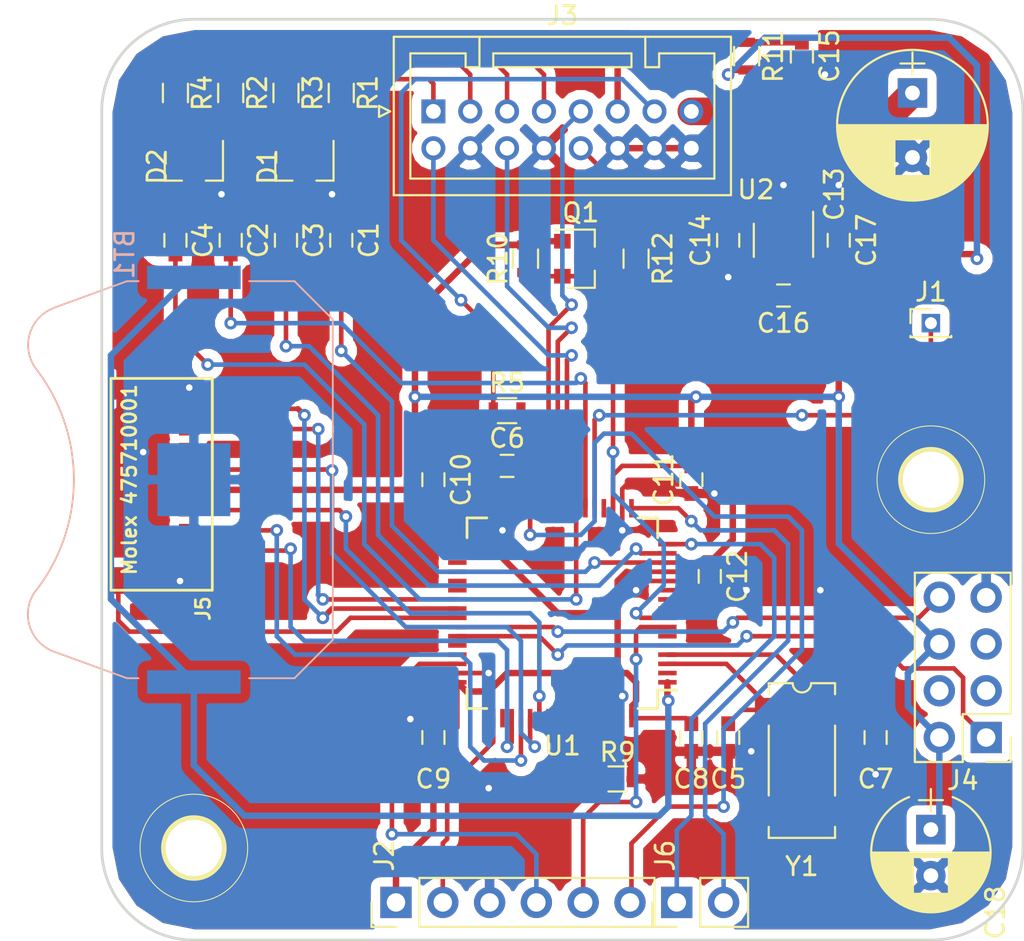
<source format=kicad_pcb>
(kicad_pcb (version 4) (host pcbnew 4.0.6)
  (layers (0 F.Cu signal) (31 B.Cu signal) (34 B.Paste user) (35 F.Paste user) (36 B.SilkS user) (37 F.SilkS user) (38 B.Mask user) (39 F.Mask user) (44 Edge.Cuts user))
  (net 0 "")
  (net 1 GND)
  (net 2 +BATT)
  (net 3 /EN1_A)
  (net 4 /EN2_A)
  (net 5 /EN1_B)
  (net 6 /EN2_B)
  (net 7 "Net-(C5-Pad1)")
  (net 8 "Net-(C7-Pad1)")
  (net 9 +3V3)
  (net 10 +5V)
  (net 11 /IR_VS)
  (net 12 "Net-(C16-Pad1)")
  (net 13 /TST)
  (net 14 /JTCK)
  (net 15 /JTMS)
  (net 16 /NRST)
  (net 17 /SWO)
  (net 18 /RX_TX)
  (net 19 "Net-(J4-Pad3)")
  (net 20 "Net-(J4-Pad4)")
  (net 21 "Net-(J4-Pad5)")
  (net 22 /TX_RX)
  (net 23 /WS_D33)
  (net 24 "Net-(R9-Pad1)")
  (net 25 "Net-(U1-Pad2)")
  (net 26 "Net-(U1-Pad5)")
  (net 27 "Net-(U1-Pad6)")
  (net 28 "Net-(U1-Pad9)")
  (net 29 "Net-(U1-Pad10)")
  (net 30 "Net-(U1-Pad11)")
  (net 31 "Net-(U1-Pad20)")
  (net 32 /SDIO_CMD)
  (net 33 /EN1_SW)
  (net 34 /EN2_SW)
  (net 35 "Net-(U1-Pad29)")
  (net 36 "Net-(U1-Pad33)")
  (net 37 "Net-(U1-Pad34)")
  (net 38 "Net-(U1-Pad35)")
  (net 39 /SDIO_CK)
  (net 40 "Net-(U1-Pad38)")
  (net 41 /SDIO_D0)
  (net 42 /SDIO_D1)
  (net 43 /SD_DET)
  (net 44 /SDIO_D2)
  (net 45 "Net-(U1-Pad44)")
  (net 46 "Net-(U1-Pad45)")
  (net 47 "Net-(U1-Pad50)")
  (net 48 /SDIO_D3)
  (net 49 "Net-(U1-Pad55)")
  (net 50 "Net-(U1-Pad56)")
  (net 51 "Net-(U1-Pad57)")
  (net 52 "Net-(U1-Pad58)")
  (net 53 "Net-(U1-Pad59)")
  (net 54 "Net-(U1-Pad61)")
  (net 55 "Net-(U1-Pad62)")
  (net 56 "Net-(Y1-Pad2)")
  (net 57 "Net-(Y1-Pad3)")
  (net 58 /EN1A)
  (net 59 /EN1B)
  (net 60 /EN2A)
  (net 61 /EN2B)
  (net 62 "Net-(C6-Pad1)")
  (net 63 "Net-(U1-Pad37)")
  (net 64 "Net-(U1-Pad36)")
  (net 65 /IR_DI)
  (net 66 /PZ_DO)
  (net 67 /WS_DO)
  (net 68 "Net-(J6-Pad1)")
  (net 69 "Net-(J6-Pad2)")
  (net 70 "Net-(R5-Pad1)")
  (module Battery_Holders:Keystone_3034_1x20mm-CoinCell (layer B.Cu) (at 130 125 90)
    (fp_text reference BT1 (at 12.25 -3.75 90) (layer B.SilkS) (effects (justify mirror)))
    (fp_text value 3V)
    (pad 2 smd rect (at 0 0 90) (size 3.96 3.96) (layers B.Cu B.Paste B.Mask) (net 1 GND))
    (pad 1 smd rect (at 10.985 0 90) (size 1.27 5.08) (layers B.Cu B.Paste B.Mask) (net 2 +BATT))
    (pad 1 smd rect (at -10.985 0 90) (size 1.27 5.08) (layers B.Cu B.Paste B.Mask) (net 2 +BATT))
  )
  (module Capacitors_SMD:C_0603 (layer F.Cu) (at 138 112 270)
    (fp_text reference C1 (at 0 -1.5 270) (layer F.SilkS))
    (fp_text value 10n)
    (pad 1 smd rect (at -0.75 0 270) (size 0.8 0.75) (layers F.Cu F.Paste F.Mask) (net 1 GND))
    (pad 2 smd rect (at 0.75 0 270) (size 0.8 0.75) (layers F.Cu F.Paste F.Mask) (net 3 /EN1_A))
  )
  (module Capacitors_SMD:C_0603 (layer F.Cu) (at 132 112 270)
    (fp_text reference C2 (at 0 -1.5 270) (layer F.SilkS))
    (fp_text value 10n)
    (pad 1 smd rect (at -0.75 0 270) (size 0.8 0.75) (layers F.Cu F.Paste F.Mask) (net 1 GND))
    (pad 2 smd rect (at 0.75 0 270) (size 0.8 0.75) (layers F.Cu F.Paste F.Mask) (net 4 /EN2_A))
  )
  (module Capacitors_SMD:C_0603 (layer F.Cu) (at 135 112 270)
    (fp_text reference C3 (at 0 -1.5 270) (layer F.SilkS))
    (fp_text value 10n)
    (pad 1 smd rect (at -0.75 0 270) (size 0.8 0.75) (layers F.Cu F.Paste F.Mask) (net 1 GND))
    (pad 2 smd rect (at 0.75 0 270) (size 0.8 0.75) (layers F.Cu F.Paste F.Mask) (net 5 /EN1_B))
  )
  (module Capacitors_SMD:C_0603 (layer F.Cu) (at 129 112 270)
    (fp_text reference C4 (at 0 -1.5 270) (layer F.SilkS))
    (fp_text value 10n)
    (pad 1 smd rect (at -0.75 0 270) (size 0.8 0.75) (layers F.Cu F.Paste F.Mask) (net 1 GND))
    (pad 2 smd rect (at 0.75 0 270) (size 0.8 0.75) (layers F.Cu F.Paste F.Mask) (net 6 /EN2_B))
  )
  (module Capacitors_SMD:C_0603 (layer F.Cu) (at 159 139 270)
    (fp_text reference C5 (at 2.25 0 360) (layer F.SilkS))
    (fp_text value 6p)
    (pad 1 smd rect (at -0.75 0 270) (size 0.8 0.75) (layers F.Cu F.Paste F.Mask) (net 7 "Net-(C5-Pad1)"))
    (pad 2 smd rect (at 0.75 0 270) (size 0.8 0.75) (layers F.Cu F.Paste F.Mask) (net 1 GND))
  )
  (module Capacitors_SMD:C_0603 (layer F.Cu) (at 147 124.25 180)
    (fp_text reference C6 (at 0 1.5 180) (layer F.SilkS))
    (fp_text value 4u7)
    (pad 1 smd rect (at -0.75 0 180) (size 0.8 0.75) (layers F.Cu F.Paste F.Mask) (net 62 "Net-(C6-Pad1)"))
    (pad 2 smd rect (at 0.75 0 180) (size 0.8 0.75) (layers F.Cu F.Paste F.Mask) (net 1 GND))
  )
  (module Capacitors_SMD:C_0603 (layer F.Cu) (at 167 139 270)
    (fp_text reference C7 (at 2.25 0 360) (layer F.SilkS))
    (fp_text value 6p)
    (pad 1 smd rect (at -0.75 0 270) (size 0.8 0.75) (layers F.Cu F.Paste F.Mask) (net 8 "Net-(C7-Pad1)"))
    (pad 2 smd rect (at 0.75 0 270) (size 0.8 0.75) (layers F.Cu F.Paste F.Mask) (net 1 GND))
  )
  (module Capacitors_SMD:C_0603 (layer F.Cu) (at 157 139 90)
    (fp_text reference C8 (at -2.25 0 180) (layer F.SilkS))
    (fp_text value 100n)
    (pad 1 smd rect (at -0.75 0 90) (size 0.8 0.75) (layers F.Cu F.Paste F.Mask) (net 1 GND))
    (pad 2 smd rect (at 0.75 0 90) (size 0.8 0.75) (layers F.Cu F.Paste F.Mask) (net 9 +3V3))
  )
  (module Capacitors_SMD:C_0603 (layer F.Cu) (at 143 139 270)
    (fp_text reference C9 (at 2.25 0 360) (layer F.SilkS))
    (fp_text value 100n)
    (pad 1 smd rect (at -0.75 0 270) (size 0.8 0.75) (layers F.Cu F.Paste F.Mask) (net 1 GND))
    (pad 2 smd rect (at 0.75 0 270) (size 0.8 0.75) (layers F.Cu F.Paste F.Mask) (net 9 +3V3))
  )
  (module Capacitors_SMD:C_0603 (layer F.Cu) (at 143 125 270)
    (fp_text reference C10 (at 0 -1.5 270) (layer F.SilkS))
    (fp_text value 100n)
    (pad 1 smd rect (at -0.75 0 270) (size 0.8 0.75) (layers F.Cu F.Paste F.Mask) (net 1 GND))
    (pad 2 smd rect (at 0.75 0 270) (size 0.8 0.75) (layers F.Cu F.Paste F.Mask) (net 9 +3V3))
  )
  (module Capacitors_SMD:C_0603 (layer F.Cu) (at 157 125 90)
    (fp_text reference C11 (at 0 -1.5 90) (layer F.SilkS))
    (fp_text value 100n)
    (pad 1 smd rect (at -0.75 0 90) (size 0.8 0.75) (layers F.Cu F.Paste F.Mask) (net 1 GND))
    (pad 2 smd rect (at 0.75 0 90) (size 0.8 0.75) (layers F.Cu F.Paste F.Mask) (net 9 +3V3))
  )
  (module Capacitors_SMD:C_0603 (layer F.Cu) (at 158 130.25 90)
    (fp_text reference C12 (at 0 1.5 90) (layer F.SilkS))
    (fp_text value 100n)
    (pad 1 smd rect (at -0.75 0 90) (size 0.8 0.75) (layers F.Cu F.Paste F.Mask) (net 1 GND))
    (pad 2 smd rect (at 0.75 0 90) (size 0.8 0.75) (layers F.Cu F.Paste F.Mask) (net 9 +3V3))
  )
  (module Capacitors_SMD:C_0603 (layer F.Cu) (at 159 112 270)
    (fp_text reference C14 (at 0 1.5 270) (layer F.SilkS))
    (fp_text value 1u)
    (pad 1 smd rect (at -0.75 0 270) (size 0.8 0.75) (layers F.Cu F.Paste F.Mask) (net 10 +5V))
    (pad 2 smd rect (at 0.75 0 270) (size 0.8 0.75) (layers F.Cu F.Paste F.Mask) (net 1 GND))
  )
  (module Capacitors_SMD:C_0603 (layer F.Cu) (at 163 102 90)
    (fp_text reference C15 (at 0 1.5 90) (layer F.SilkS))
    (fp_text value 1u)
    (pad 1 smd rect (at -0.75 0 90) (size 0.8 0.75) (layers F.Cu F.Paste F.Mask) (net 1 GND))
    (pad 2 smd rect (at 0.75 0 90) (size 0.8 0.75) (layers F.Cu F.Paste F.Mask) (net 11 /IR_VS))
  )
  (module Capacitors_SMD:C_0603 (layer F.Cu) (at 162 115)
    (fp_text reference C16 (at 0 1.5) (layer F.SilkS))
    (fp_text value 10n)
    (pad 1 smd rect (at -0.75 0) (size 0.8 0.75) (layers F.Cu F.Paste F.Mask) (net 12 "Net-(C16-Pad1)"))
    (pad 2 smd rect (at 0.75 0) (size 0.8 0.75) (layers F.Cu F.Paste F.Mask) (net 1 GND))
  )
  (module Capacitors_SMD:C_0603 (layer F.Cu) (at 165 112 90)
    (fp_text reference C17 (at 0 1.5 90) (layer F.SilkS))
    (fp_text value 1u)
    (pad 1 smd rect (at -0.75 0 90) (size 0.8 0.75) (layers F.Cu F.Paste F.Mask) (net 9 +3V3))
    (pad 2 smd rect (at 0.75 0 90) (size 0.8 0.75) (layers F.Cu F.Paste F.Mask) (net 1 GND))
  )
  (module TO_SOT_Packages_SMD:SOT-23 (layer F.Cu) (at 136 108 270)
    (fp_text reference D1 (at 0 2 270) (layer F.SilkS))
    (fp_text value D_TVS_x2_AAC)
    (pad 1 smd rect (at -1 -0.95 270) (size 0.9 0.8) (layers F.Cu F.Paste F.Mask) (net 3 /EN1_A))
    (pad 2 smd rect (at -1 0.95 270) (size 0.9 0.8) (layers F.Cu F.Paste F.Mask) (net 5 /EN1_B))
    (pad 3 smd rect (at 1 0 270) (size 0.9 0.8) (layers F.Cu F.Paste F.Mask) (net 1 GND))
  )
  (module TO_SOT_Packages_SMD:SOT-23 (layer F.Cu) (at 130 108 270)
    (fp_text reference D2 (at 0 2 450) (layer F.SilkS))
    (fp_text value D_TVS_x2_AAC)
    (pad 1 smd rect (at -1 -0.95 270) (size 0.9 0.8) (layers F.Cu F.Paste F.Mask) (net 4 /EN2_A))
    (pad 2 smd rect (at -1 0.95 270) (size 0.9 0.8) (layers F.Cu F.Paste F.Mask) (net 6 /EN2_B))
    (pad 3 smd rect (at 1 0 270) (size 0.9 0.8) (layers F.Cu F.Paste F.Mask) (net 1 GND))
  )
  (module Pin_Headers:Pin_Header_Straight_1x01_Pitch1.27mm (layer F.Cu) (at 170 116.5)
    (fp_text reference J1 (at 0 -1.695) (layer F.SilkS))
    (fp_text value TST)
    (pad 1 thru_hole rect (at 0 0) (size 1 1) (drill 0.65) (layers *.Cu *.Mask) (net 13 /TST))
  )
  (module Pin_Headers:Pin_Header_Straight_1x06_Pitch2.54mm (layer F.Cu) (at 140.97 147.955 90)
    (fp_text reference J2 (at 2.54 -0.635 90) (layer F.SilkS))
    (fp_text value SWD)
    (pad 1 thru_hole rect (at 0 0 90) (size 1.7 1.7) (drill 1) (layers *.Cu *.Mask) (net 9 +3V3))
    (pad 2 thru_hole oval (at 0 2.54 90) (size 1.7 1.7) (drill 1) (layers *.Cu *.Mask) (net 14 /JTCK))
    (pad 3 thru_hole oval (at 0 5.08 90) (size 1.7 1.7) (drill 1) (layers *.Cu *.Mask) (net 1 GND))
    (pad 4 thru_hole oval (at 0 7.62 90) (size 1.7 1.7) (drill 1) (layers *.Cu *.Mask) (net 15 /JTMS))
    (pad 5 thru_hole oval (at 0 10.16 90) (size 1.7 1.7) (drill 1) (layers *.Cu *.Mask) (net 16 /NRST))
    (pad 6 thru_hole oval (at 0 12.7 90) (size 1.7 1.7) (drill 1) (layers *.Cu *.Mask) (net 17 /SWO))
  )
  (module Pin_Headers:Pin_Header_Straight_2x04_Pitch2.54mm (layer F.Cu) (at 173 139 180)
    (fp_text reference J4 (at 1.27 -2.33 180) (layer F.SilkS))
    (fp_text value ESP8266)
    (pad 1 thru_hole rect (at 0 0 180) (size 1.7 1.7) (drill 1) (layers *.Cu *.Mask) (net 18 /RX_TX))
    (pad 2 thru_hole oval (at 2.54 0 180) (size 1.7 1.7) (drill 1) (layers *.Cu *.Mask) (net 9 +3V3))
    (pad 3 thru_hole oval (at 0 2.54 180) (size 1.7 1.7) (drill 1) (layers *.Cu *.Mask) (net 19 "Net-(J4-Pad3)"))
    (pad 4 thru_hole oval (at 2.54 2.54 180) (size 1.7 1.7) (drill 1) (layers *.Cu *.Mask) (net 20 "Net-(J4-Pad4)"))
    (pad 5 thru_hole oval (at 0 5.08 180) (size 1.7 1.7) (drill 1) (layers *.Cu *.Mask) (net 21 "Net-(J4-Pad5)"))
    (pad 6 thru_hole oval (at 2.54 5.08 180) (size 1.7 1.7) (drill 1) (layers *.Cu *.Mask) (net 9 +3V3))
    (pad 7 thru_hole oval (at 0 7.62 180) (size 1.7 1.7) (drill 1) (layers *.Cu *.Mask) (net 1 GND))
    (pad 8 thru_hole oval (at 2.54 7.62 180) (size 1.7 1.7) (drill 1) (layers *.Cu *.Mask) (net 22 /TX_RX))
  )
  (module TO_SOT_Packages_SMD:SOT-23 (layer F.Cu) (at 151 113)
    (fp_text reference Q1 (at 0 -2.5) (layer F.SilkS))
    (fp_text value BSS138)
    (pad 1 smd rect (at -1 -0.95) (size 0.9 0.8) (layers F.Cu F.Paste F.Mask) (net 9 +3V3))
    (pad 2 smd rect (at -1 0.95) (size 0.9 0.8) (layers F.Cu F.Paste F.Mask) (net 23 /WS_D33))
    (pad 3 smd rect (at 1 0) (size 0.9 0.8) (layers F.Cu F.Paste F.Mask) (net 67 /WS_DO))
  )
  (module Resistors_SMD:R_0603 (layer F.Cu) (at 138 104 270)
    (fp_text reference R1 (at 0 -1.45 270) (layer F.SilkS))
    (fp_text value 10K)
    (pad 1 smd rect (at -0.75 0 270) (size 0.5 0.9) (layers F.Cu F.Paste F.Mask) (net 58 /EN1A))
    (pad 2 smd rect (at 0.75 0 270) (size 0.5 0.9) (layers F.Cu F.Paste F.Mask) (net 3 /EN1_A))
  )
  (module Resistors_SMD:R_0603 (layer F.Cu) (at 132 104 270)
    (fp_text reference R2 (at 0 -1.45 270) (layer F.SilkS))
    (fp_text value 10K)
    (pad 1 smd rect (at -0.75 0 270) (size 0.5 0.9) (layers F.Cu F.Paste F.Mask) (net 60 /EN2A))
    (pad 2 smd rect (at 0.75 0 270) (size 0.5 0.9) (layers F.Cu F.Paste F.Mask) (net 4 /EN2_A))
  )
  (module Resistors_SMD:R_0603 (layer F.Cu) (at 135 104 270)
    (fp_text reference R3 (at 0 -1.45 270) (layer F.SilkS))
    (fp_text value 10K)
    (pad 1 smd rect (at -0.75 0 270) (size 0.5 0.9) (layers F.Cu F.Paste F.Mask) (net 59 /EN1B))
    (pad 2 smd rect (at 0.75 0 270) (size 0.5 0.9) (layers F.Cu F.Paste F.Mask) (net 5 /EN1_B))
  )
  (module Resistors_SMD:R_0603 (layer F.Cu) (at 129 104 270)
    (fp_text reference R4 (at 0 -1.45 270) (layer F.SilkS))
    (fp_text value 10K)
    (pad 1 smd rect (at -0.75 0 270) (size 0.5 0.9) (layers F.Cu F.Paste F.Mask) (net 61 /EN2B))
    (pad 2 smd rect (at 0.75 0 270) (size 0.5 0.9) (layers F.Cu F.Paste F.Mask) (net 6 /EN2_B))
  )
  (module Resistors_SMD:R_0603 (layer F.Cu) (at 153 141.25)
    (fp_text reference R9 (at 0 -1.45) (layer F.SilkS))
    (fp_text value 10K)
    (pad 1 smd rect (at -0.75 0) (size 0.5 0.9) (layers F.Cu F.Paste F.Mask) (net 24 "Net-(R9-Pad1)"))
    (pad 2 smd rect (at 0.75 0) (size 0.5 0.9) (layers F.Cu F.Paste F.Mask) (net 1 GND))
  )
  (module Resistors_SMD:R_0603 (layer F.Cu) (at 148 113 270)
    (fp_text reference R10 (at 0 1.5 270) (layer F.SilkS))
    (fp_text value 10K)
    (pad 1 smd rect (at -0.75 0 270) (size 0.5 0.9) (layers F.Cu F.Paste F.Mask) (net 9 +3V3))
    (pad 2 smd rect (at 0.75 0 270) (size 0.5 0.9) (layers F.Cu F.Paste F.Mask) (net 23 /WS_D33))
  )
  (module Resistors_SMD:R_0603 (layer F.Cu) (at 160 102 270)
    (fp_text reference R11 (at 0 -1.45 270) (layer F.SilkS))
    (fp_text value 1K)
    (pad 1 smd rect (at -0.75 0 270) (size 0.5 0.9) (layers F.Cu F.Paste F.Mask) (net 11 /IR_VS))
    (pad 2 smd rect (at 0.75 0 270) (size 0.5 0.9) (layers F.Cu F.Paste F.Mask) (net 9 +3V3))
  )
  (module Resistors_SMD:R_0603 (layer F.Cu) (at 154 113 270)
    (fp_text reference R12 (at 0 -1.45 270) (layer F.SilkS))
    (fp_text value 10K)
    (pad 1 smd rect (at -0.75 0 270) (size 0.5 0.9) (layers F.Cu F.Paste F.Mask) (net 10 +5V))
    (pad 2 smd rect (at 0.75 0 270) (size 0.5 0.9) (layers F.Cu F.Paste F.Mask) (net 67 /WS_DO))
  )
  (module Housings_QFP:LQFP-64_10x10mm_Pitch0.5mm (layer F.Cu) (at 150 132.25 180)
    (fp_text reference U1 (at 0 -7.2 180) (layer F.SilkS))
    (fp_text value STM32F411RETx)
    (pad 1 smd rect (at -5.7 -3.75 180) (size 1 0.25) (layers F.Cu F.Paste F.Mask) (net 2 +BATT))
    (pad 2 smd rect (at -5.7 -3.25 180) (size 1 0.25) (layers F.Cu F.Paste F.Mask) (net 25 "Net-(U1-Pad2)"))
    (pad 3 smd rect (at -5.7 -2.75 180) (size 1 0.25) (layers F.Cu F.Paste F.Mask) (net 7 "Net-(C5-Pad1)"))
    (pad 4 smd rect (at -5.7 -2.25 180) (size 1 0.25) (layers F.Cu F.Paste F.Mask) (net 8 "Net-(C7-Pad1)"))
    (pad 5 smd rect (at -5.7 -1.75 180) (size 1 0.25) (layers F.Cu F.Paste F.Mask) (net 26 "Net-(U1-Pad5)"))
    (pad 6 smd rect (at -5.7 -1.25 180) (size 1 0.25) (layers F.Cu F.Paste F.Mask) (net 27 "Net-(U1-Pad6)"))
    (pad 7 smd rect (at -5.7 -0.75 180) (size 1 0.25) (layers F.Cu F.Paste F.Mask) (net 16 /NRST))
    (pad 8 smd rect (at -5.7 -0.25 180) (size 1 0.25) (layers F.Cu F.Paste F.Mask) (net 23 /WS_D33))
    (pad 9 smd rect (at -5.7 0.25 180) (size 1 0.25) (layers F.Cu F.Paste F.Mask) (net 28 "Net-(U1-Pad9)"))
    (pad 10 smd rect (at -5.7 0.75 180) (size 1 0.25) (layers F.Cu F.Paste F.Mask) (net 29 "Net-(U1-Pad10)"))
    (pad 11 smd rect (at -5.7 1.25 180) (size 1 0.25) (layers F.Cu F.Paste F.Mask) (net 30 "Net-(U1-Pad11)"))
    (pad 12 smd rect (at -5.7 1.75 180) (size 1 0.25) (layers F.Cu F.Paste F.Mask) (net 1 GND))
    (pad 13 smd rect (at -5.7 2.25 180) (size 1 0.25) (layers F.Cu F.Paste F.Mask) (net 9 +3V3))
    (pad 14 smd rect (at -5.7 2.75 180) (size 1 0.25) (layers F.Cu F.Paste F.Mask) (net 3 /EN1_A))
    (pad 15 smd rect (at -5.7 3.25 180) (size 1 0.25) (layers F.Cu F.Paste F.Mask) (net 5 /EN1_B))
    (pad 16 smd rect (at -5.7 3.75 180) (size 1 0.25) (layers F.Cu F.Paste F.Mask) (net 68 "Net-(J6-Pad1)"))
    (pad 17 smd rect (at -3.75 5.7 270) (size 1 0.25) (layers F.Cu F.Paste F.Mask) (net 69 "Net-(J6-Pad2)"))
    (pad 18 smd rect (at -3.25 5.7 270) (size 1 0.25) (layers F.Cu F.Paste F.Mask) (net 1 GND))
    (pad 19 smd rect (at -2.75 5.7 270) (size 1 0.25) (layers F.Cu F.Paste F.Mask) (net 9 +3V3))
    (pad 20 smd rect (at -2.25 5.7 270) (size 1 0.25) (layers F.Cu F.Paste F.Mask) (net 31 "Net-(U1-Pad20)"))
    (pad 21 smd rect (at -1.75 5.7 270) (size 1 0.25) (layers F.Cu F.Paste F.Mask) (net 13 /TST))
    (pad 22 smd rect (at -1.25 5.7 270) (size 1 0.25) (layers F.Cu F.Paste F.Mask) (net 4 /EN2_A))
    (pad 23 smd rect (at -0.75 5.7 270) (size 1 0.25) (layers F.Cu F.Paste F.Mask) (net 6 /EN2_B))
    (pad 24 smd rect (at -0.25 5.7 270) (size 1 0.25) (layers F.Cu F.Paste F.Mask) (net 33 /EN1_SW))
    (pad 25 smd rect (at 0.25 5.7 270) (size 1 0.25) (layers F.Cu F.Paste F.Mask) (net 34 /EN2_SW))
    (pad 26 smd rect (at 0.75 5.7 270) (size 1 0.25) (layers F.Cu F.Paste F.Mask) (net 65 /IR_DI))
    (pad 27 smd rect (at 1.25 5.7 270) (size 1 0.25) (layers F.Cu F.Paste F.Mask) (net 70 "Net-(R5-Pad1)"))
    (pad 28 smd rect (at 1.75 5.7 270) (size 1 0.25) (layers F.Cu F.Paste F.Mask) (net 17 /SWO))
    (pad 29 smd rect (at 2.25 5.7 270) (size 1 0.25) (layers F.Cu F.Paste F.Mask) (net 35 "Net-(U1-Pad29)"))
    (pad 30 smd rect (at 2.75 5.7 270) (size 1 0.25) (layers F.Cu F.Paste F.Mask) (net 62 "Net-(C6-Pad1)"))
    (pad 31 smd rect (at 3.25 5.7 270) (size 1 0.25) (layers F.Cu F.Paste F.Mask) (net 1 GND))
    (pad 32 smd rect (at 3.75 5.7 270) (size 1 0.25) (layers F.Cu F.Paste F.Mask) (net 9 +3V3))
    (pad 33 smd rect (at 5.7 3.75 180) (size 1 0.25) (layers F.Cu F.Paste F.Mask) (net 36 "Net-(U1-Pad33)"))
    (pad 34 smd rect (at 5.7 3.25 180) (size 1 0.25) (layers F.Cu F.Paste F.Mask) (net 37 "Net-(U1-Pad34)"))
    (pad 35 smd rect (at 5.7 2.75 180) (size 1 0.25) (layers F.Cu F.Paste F.Mask) (net 38 "Net-(U1-Pad35)"))
    (pad 36 smd rect (at 5.7 2.25 180) (size 1 0.25) (layers F.Cu F.Paste F.Mask) (net 64 "Net-(U1-Pad36)"))
    (pad 37 smd rect (at 5.7 1.75 180) (size 1 0.25) (layers F.Cu F.Paste F.Mask) (net 63 "Net-(U1-Pad37)"))
    (pad 38 smd rect (at 5.7 1.25 180) (size 1 0.25) (layers F.Cu F.Paste F.Mask) (net 40 "Net-(U1-Pad38)"))
    (pad 39 smd rect (at 5.7 0.75 180) (size 1 0.25) (layers F.Cu F.Paste F.Mask) (net 41 /SDIO_D0))
    (pad 40 smd rect (at 5.7 0.25 180) (size 1 0.25) (layers F.Cu F.Paste F.Mask) (net 42 /SDIO_D1))
    (pad 41 smd rect (at 5.7 -0.25 180) (size 1 0.25) (layers F.Cu F.Paste F.Mask) (net 43 /SD_DET))
    (pad 42 smd rect (at 5.7 -0.75 180) (size 1 0.25) (layers F.Cu F.Paste F.Mask) (net 22 /TX_RX))
    (pad 43 smd rect (at 5.7 -1.25 180) (size 1 0.25) (layers F.Cu F.Paste F.Mask) (net 18 /RX_TX))
    (pad 44 smd rect (at 5.7 -1.75 180) (size 1 0.25) (layers F.Cu F.Paste F.Mask) (net 45 "Net-(U1-Pad44)"))
    (pad 45 smd rect (at 5.7 -2.25 180) (size 1 0.25) (layers F.Cu F.Paste F.Mask) (net 46 "Net-(U1-Pad45)"))
    (pad 46 smd rect (at 5.7 -2.75 180) (size 1 0.25) (layers F.Cu F.Paste F.Mask) (net 15 /JTMS))
    (pad 47 smd rect (at 5.7 -3.25 180) (size 1 0.25) (layers F.Cu F.Paste F.Mask) (net 1 GND))
    (pad 48 smd rect (at 5.7 -3.75 180) (size 1 0.25) (layers F.Cu F.Paste F.Mask) (net 9 +3V3))
    (pad 49 smd rect (at 3.75 -5.7 270) (size 1 0.25) (layers F.Cu F.Paste F.Mask) (net 14 /JTCK))
    (pad 50 smd rect (at 3.25 -5.7 270) (size 1 0.25) (layers F.Cu F.Paste F.Mask) (net 47 "Net-(U1-Pad50)"))
    (pad 51 smd rect (at 2.75 -5.7 270) (size 1 0.25) (layers F.Cu F.Paste F.Mask) (net 44 /SDIO_D2))
    (pad 52 smd rect (at 2.25 -5.7 270) (size 1 0.25) (layers F.Cu F.Paste F.Mask) (net 48 /SDIO_D3))
    (pad 53 smd rect (at 1.75 -5.7 270) (size 1 0.25) (layers F.Cu F.Paste F.Mask) (net 39 /SDIO_CK))
    (pad 54 smd rect (at 1.25 -5.7 270) (size 1 0.25) (layers F.Cu F.Paste F.Mask) (net 32 /SDIO_CMD))
    (pad 55 smd rect (at 0.75 -5.7 270) (size 1 0.25) (layers F.Cu F.Paste F.Mask) (net 49 "Net-(U1-Pad55)"))
    (pad 56 smd rect (at 0.25 -5.7 270) (size 1 0.25) (layers F.Cu F.Paste F.Mask) (net 50 "Net-(U1-Pad56)"))
    (pad 57 smd rect (at -0.25 -5.7 270) (size 1 0.25) (layers F.Cu F.Paste F.Mask) (net 51 "Net-(U1-Pad57)"))
    (pad 58 smd rect (at -0.75 -5.7 270) (size 1 0.25) (layers F.Cu F.Paste F.Mask) (net 52 "Net-(U1-Pad58)"))
    (pad 59 smd rect (at -1.25 -5.7 270) (size 1 0.25) (layers F.Cu F.Paste F.Mask) (net 53 "Net-(U1-Pad59)"))
    (pad 60 smd rect (at -1.75 -5.7 270) (size 1 0.25) (layers F.Cu F.Paste F.Mask) (net 24 "Net-(R9-Pad1)"))
    (pad 61 smd rect (at -2.25 -5.7 270) (size 1 0.25) (layers F.Cu F.Paste F.Mask) (net 54 "Net-(U1-Pad61)"))
    (pad 62 smd rect (at -2.75 -5.7 270) (size 1 0.25) (layers F.Cu F.Paste F.Mask) (net 55 "Net-(U1-Pad62)"))
    (pad 63 smd rect (at -3.25 -5.7 270) (size 1 0.25) (layers F.Cu F.Paste F.Mask) (net 1 GND))
    (pad 64 smd rect (at -3.75 -5.7 270) (size 1 0.25) (layers F.Cu F.Paste F.Mask) (net 9 +3V3))
  )
  (module TO_SOT_Packages_SMD:SOT-23-5 (layer F.Cu) (at 162 112 270)
    (fp_text reference U2 (at -2.75 1.5 360) (layer F.SilkS))
    (fp_text value MIC5219-3.3BM5)
    (pad 1 smd rect (at -1.1 -0.95 270) (size 1.06 0.65) (layers F.Cu F.Paste F.Mask) (net 10 +5V))
    (pad 2 smd rect (at -1.1 0 270) (size 1.06 0.65) (layers F.Cu F.Paste F.Mask) (net 1 GND))
    (pad 3 smd rect (at -1.1 0.95 270) (size 1.06 0.65) (layers F.Cu F.Paste F.Mask) (net 10 +5V))
    (pad 4 smd rect (at 1.1 0.95 270) (size 1.06 0.65) (layers F.Cu F.Paste F.Mask) (net 12 "Net-(C16-Pad1)"))
    (pad 5 smd rect (at 1.1 -0.95 270) (size 1.06 0.65) (layers F.Cu F.Paste F.Mask) (net 9 +3V3))
  )
  (module Crystals:Crystal_SMD_SeikoEpson_MC306-4pin_8.0x3.2mm (layer F.Cu) (at 163 140.25 270)
    (fp_text reference Y1 (at 5.75 0 360) (layer F.SilkS))
    (fp_text value ABS25-32.768-6)
    (pad 1 smd rect (at -2.75 1.6 270) (size 1.3 1.9) (layers F.Cu F.Paste F.Mask) (net 7 "Net-(C5-Pad1)"))
    (pad 2 smd rect (at 2.75 1.6 270) (size 1.3 1.9) (layers F.Cu F.Paste F.Mask) (net 56 "Net-(Y1-Pad2)"))
    (pad 3 smd rect (at 2.75 -1.6 270) (size 1.3 1.9) (layers F.Cu F.Paste F.Mask) (net 57 "Net-(Y1-Pad3)"))
    (pad 4 smd rect (at -2.75 -1.6 270) (size 1.3 1.9) (layers F.Cu F.Paste F.Mask) (net 8 "Net-(C7-Pad1)"))
  )
  (module DigitalCave:475710001 (layer F.Cu) (at 131 125 270)
    (fp_text reference J5 (at 7 0.5 270) (layer F.SilkS) (effects (font (size 0.762 0.762))))
    (fp_text value "Molex 475710001" (at 0 4.5 270) (layer F.SilkS) (effects (font (size 0.762 0.762))))
    (pad 4 smd rect (at 0.55 1.31 270) (size 0.7 1) (layers F.Cu F.Paste F.Mask) (net 9 +3V3))
    (pad 3 smd rect (at 1.65 1.31 270) (size 0.7 1) (layers F.Cu F.Paste F.Mask) (net 32 /SDIO_CMD))
    (pad 2 smd rect (at 2.75 1.31 270) (size 0.7 1) (layers F.Cu F.Paste F.Mask) (net 48 /SDIO_D3))
    (pad 1 smd rect (at 3.85 1.31 270) (size 0.7 1) (layers F.Cu F.Paste F.Mask) (net 44 /SDIO_D2))
    (pad 5 smd rect (at -0.55 1.31 270) (size 0.7 1) (layers F.Cu F.Paste F.Mask) (net 39 /SDIO_CK))
    (pad 6 smd rect (at -1.65 1.31 270) (size 0.7 1) (layers F.Cu F.Paste F.Mask) (net 1 GND))
    (pad 7 smd rect (at -2.75 1.31 270) (size 0.7 1) (layers F.Cu F.Paste F.Mask) (net 41 /SDIO_D0))
    (pad 8 smd rect (at -3.85 1.31 270) (size 0.7 1) (layers F.Cu F.Paste F.Mask) (net 42 /SDIO_D1))
    (pad 9 smd rect (at -4.925 2.36 270) (size 1.15 1.2) (layers F.Cu F.Paste F.Mask) (net 1 GND))
    (pad 10 smd rect (at -4.925 4.95 270) (size 1.15 1.2) (layers F.Cu F.Paste F.Mask) (net 1 GND))
    (pad 11 smd rect (at 5.475 2.8 270) (size 1.45 1.2) (layers F.Cu F.Paste F.Mask) (net 1 GND))
    (pad 12 smd rect (at 5.7 3.95 270) (size 1 0.7) (layers F.Cu F.Paste F.Mask) (net 1 GND))
    (pad 13 smd rect (at 5.475 5.1 270) (size 1.45 0.9) (layers F.Cu F.Paste F.Mask) (net 43 /SD_DET))
  )
  (module DigitalCave:MOUNTING_HOLE_#4 (layer F.Cu) (at 170 125)
    (fp_text reference MP1 hide)
    (fp_text value MOUNTING_HOLE hide)
    (pad 1 thru_hole circle (at 0 0) (size 3.556 3.556) (drill 3.048) (layers *.Cu *.Mask F.SilkS) (net 1 GND))
  )
  (module DigitalCave:MOUNTING_HOLE_#4 (layer F.Cu) (at 130 145)
    (fp_text reference MP2 hide)
    (fp_text value MOUNTING_HOLE hide)
    (pad 1 thru_hole circle (at 0 0) (size 3.556 3.556) (drill 3.048) (layers *.Cu *.Mask F.SilkS) (net 1 GND))
  )
  (module Capacitors_THT:CP_Radial_D8.0mm_P3.50mm (layer F.Cu) (at 169 104 270)
    (fp_text reference C13 (at 5.5 4.25 270) (layer F.SilkS))
    (fp_text value 470u)
    (pad 1 thru_hole rect (at 0 0 270) (size 1.6 1.6) (drill 0.8) (layers *.Cu *.Mask) (net 10 +5V))
    (pad 2 thru_hole circle (at 3.5 0 270) (size 1.6 1.6) (drill 0.8) (layers *.Cu *.Mask) (net 1 GND))
  )
  (module Capacitors_THT:CP_Radial_D6.3mm_P2.50mm (layer F.Cu) (at 170 144 270)
    (fp_text reference C18 (at 4.5 -3.5 270) (layer F.SilkS))
    (fp_text value 100u)
    (pad 1 thru_hole rect (at 0 0 270) (size 1.6 1.6) (drill 0.8) (layers *.Cu *.Mask) (net 9 +3V3))
    (pad 2 thru_hole circle (at 2.5 0 270) (size 1.6 1.6) (drill 0.8) (layers *.Cu *.Mask) (net 1 GND))
  )
  (module Connectors_JST:JST_PUD_B16B-PUDSS_2x08x2.00mm_Straight (layer F.Cu) (at 143 105)
    (fp_text reference J3 (at 7 -5.2) (layer F.SilkS))
    (fp_text value CONN_02X08)
    (pad 1 thru_hole rect (at 0 0) (size 1.3 1.3) (drill 0.8) (layers *.Cu *.Mask) (net 58 /EN1A))
    (pad 3 thru_hole circle (at 2 0) (size 1.3 1.3) (drill 0.8) (layers *.Cu *.Mask) (net 59 /EN1B))
    (pad 5 thru_hole circle (at 4 0) (size 1.3 1.3) (drill 0.8) (layers *.Cu *.Mask) (net 60 /EN2A))
    (pad 7 thru_hole circle (at 6 0) (size 1.3 1.3) (drill 0.8) (layers *.Cu *.Mask) (net 61 /EN2B))
    (pad 9 thru_hole circle (at 8 0) (size 1.3 1.3) (drill 0.8) (layers *.Cu *.Mask) (net 65 /IR_DI))
    (pad 11 thru_hole circle (at 10 0) (size 1.3 1.3) (drill 0.8) (layers *.Cu *.Mask) (net 11 /IR_VS))
    (pad 13 thru_hole circle (at 12 0) (size 1.3 1.3) (drill 0.8) (layers *.Cu *.Mask) (net 66 /PZ_DO))
    (pad 15 thru_hole circle (at 14 0) (size 1.3 1.3) (drill 0.8) (layers *.Cu *.Mask) (net 10 +5V))
    (pad 2 thru_hole circle (at 0 2) (size 1.3 1.3) (drill 0.8) (layers *.Cu *.Mask) (net 33 /EN1_SW))
    (pad 4 thru_hole circle (at 2 2) (size 1.3 1.3) (drill 0.8) (layers *.Cu *.Mask) (net 1 GND))
    (pad 6 thru_hole circle (at 4 2) (size 1.3 1.3) (drill 0.8) (layers *.Cu *.Mask) (net 34 /EN2_SW))
    (pad 8 thru_hole circle (at 6 2) (size 1.3 1.3) (drill 0.8) (layers *.Cu *.Mask) (net 1 GND))
    (pad 10 thru_hole circle (at 8 2) (size 1.3 1.3) (drill 0.8) (layers *.Cu *.Mask) (net 67 /WS_DO))
    (pad 12 thru_hole circle (at 10 2) (size 1.3 1.3) (drill 0.8) (layers *.Cu *.Mask) (net 1 GND))
    (pad 14 thru_hole circle (at 12 2) (size 1.3 1.3) (drill 0.8) (layers *.Cu *.Mask) (net 1 GND))
    (pad 16 thru_hole circle (at 14 2) (size 1.3 1.3) (drill 0.8) (layers *.Cu *.Mask) (net 1 GND))
  )
  (module Pin_Headers:Pin_Header_Straight_1x02_Pitch2.54mm (layer F.Cu) (at 156.21 147.955 90)
    (fp_text reference J6 (at 2.54 -0.635 90) (layer F.SilkS))
    (fp_text value CONN_01X02)
    (pad 1 thru_hole rect (at 0 0 90) (size 1.7 1.7) (drill 1) (layers *.Cu *.Mask) (net 68 "Net-(J6-Pad1)"))
    (pad 2 thru_hole oval (at 0 2.54 90) (size 1.7 1.7) (drill 1) (layers *.Cu *.Mask) (net 69 "Net-(J6-Pad2)"))
  )
  (module Resistors_SMD:R_0603 (layer F.Cu) (at 147 121.25 180)
    (fp_text reference R5 (at 0 1.5 180) (layer F.SilkS))
    (fp_text value 100)
    (pad 1 smd rect (at -0.75 0 180) (size 0.5 0.9) (layers F.Cu F.Paste F.Mask) (net 70 "Net-(R5-Pad1)"))
    (pad 2 smd rect (at 0.75 0 180) (size 0.5 0.9) (layers F.Cu F.Paste F.Mask) (net 66 /PZ_DO))
  )
  (gr_line (start 170 100) (end 130 100) (angle 90) (layer Edge.Cuts) (width 0.15))
  (gr_line (start 175 145) (end 175 105) (angle 90) (layer Edge.Cuts) (width 0.15))
  (gr_line (start 130 150) (end 170 150) (angle 90) (layer Edge.Cuts) (width 0.15))
  (gr_line (start 125 105) (end 125 145) (angle 90) (layer Edge.Cuts) (width 0.15))
  (gr_arc (start 170 145) (end 175 145) (angle 90) (layer Edge.Cuts) (width 0.15))
  (gr_arc (start 130 145) (end 130 150) (angle 90) (layer Edge.Cuts) (width 0.15))
  (gr_arc (start 130 105) (end 125 105) (angle 90) (layer Edge.Cuts) (width 0.15))
  (gr_arc (start 170 105) (end 170 100) (angle 90) (layer Edge.Cuts) (width 0.15))
  (segment (start 159.75 131) (end 164 131) (width 0.35) (layer F.Cu) (net 1))
  (via (at 160 131) (size 0.6858) (drill 0.3556) (layers F.Cu B.Cu) (net 1))
  (via (at 164 131) (size 0.6858) (drill 0.3556) (layers F.Cu B.Cu) (net 1))
  (segment (start 158 131) (end 159.75 131) (width 0.35) (layer F.Cu) (net 1))
  (segment (start 159.75 131) (end 160 131) (width 0.35) (layer F.Cu) (net 1))
  (segment (start 157 125.75) (end 158.25 125.75) (width 0.35) (layer F.Cu) (net 1))
  (via (at 158.25 125.75) (size 0.6858) (drill 0.3556) (layers F.Cu B.Cu) (net 1))
  (segment (start 146.75 127.75) (end 148.25 129.25) (width 0.35) (layer B.Cu) (net 1))
  (via (at 153.25 127.75) (size 0.6858) (drill 0.3556) (layers F.Cu B.Cu) (net 1))
  (segment (start 153.25 126.55) (end 153.25 127.75) (width 0.25) (layer F.Cu) (net 1))
  (via (at 146.75 127.75) (size 0.6858) (drill 0.3556) (layers F.Cu B.Cu) (net 1))
  (segment (start 146.75 127.75) (end 146.75 126.55) (width 0.25) (layer F.Cu) (net 1))
  (segment (start 152.5 128.5) (end 153.25 127.75) (width 0.35) (layer B.Cu) (net 1))
  (segment (start 151.25 128.5) (end 152.5 128.5) (width 0.35) (layer B.Cu) (net 1))
  (segment (start 150.5 129.25) (end 151.25 128.5) (width 0.35) (layer B.Cu) (net 1))
  (segment (start 150 129.25) (end 150.5 129.25) (width 0.35) (layer B.Cu) (net 1))
  (segment (start 148.25 129.25) (end 150 129.25) (width 0.35) (layer B.Cu) (net 1))
  (segment (start 159 139.75) (end 160.25 139.75) (width 0.35) (layer F.Cu) (net 1))
  (via (at 160.25 139.75) (size 0.6858) (drill 0.3556) (layers F.Cu B.Cu) (net 1))
  (segment (start 146.05 147.955) (end 146.05 141.8) (width 0.35) (layer F.Cu) (net 1))
  (via (at 146 141.75) (size 0.6858) (drill 0.3556) (layers F.Cu B.Cu) (net 1))
  (segment (start 146.05 141.8) (end 146 141.75) (width 0.35) (layer F.Cu) (net 1))
  (segment (start 153 107) (end 155 107) (width 0.35) (layer F.Cu) (net 1))
  (segment (start 157 107) (end 155 107) (width 0.35) (layer F.Cu) (net 1))
  (segment (start 157 107) (end 160 107) (width 0.35) (layer B.Cu) (net 1))
  (segment (start 160 107) (end 162 109) (width 0.35) (layer B.Cu) (net 1))
  (segment (start 157 107) (end 168.5 107) (width 1.5) (layer B.Cu) (net 1))
  (segment (start 168.5 107) (end 169 107.5) (width 1.5) (layer B.Cu) (net 1))
  (segment (start 167 139.75) (end 167 141) (width 0.35) (layer F.Cu) (net 1))
  (via (at 167 141) (size 0.6858) (drill 0.3556) (layers F.Cu B.Cu) (net 1))
  (segment (start 143 138.25) (end 142 138.25) (width 0.35) (layer F.Cu) (net 1))
  (via (at 141.75 138) (size 0.6858) (drill 0.3556) (layers F.Cu B.Cu) (net 1))
  (segment (start 142 138.25) (end 141.75 138) (width 0.35) (layer F.Cu) (net 1))
  (segment (start 144.3 135.5) (end 146 135.5) (width 0.25) (layer F.Cu) (net 1))
  (via (at 146 135.5) (size 0.6858) (drill 0.3556) (layers F.Cu B.Cu) (net 1))
  (segment (start 155.7 130.5) (end 154.5 130.5) (width 0.25) (layer F.Cu) (net 1))
  (via (at 154 131) (size 0.6858) (drill 0.3556) (layers F.Cu B.Cu) (net 1))
  (segment (start 154.5 130.5) (end 154 131) (width 0.25) (layer F.Cu) (net 1))
  (segment (start 159 139.75) (end 157 139.75) (width 0.35) (layer F.Cu) (net 1))
  (segment (start 129.69 123.35) (end 127.4 123.35) (width 0.3) (layer F.Cu) (net 1))
  (via (at 127.25 123.5) (size 0.6858) (drill 0.3556) (layers F.Cu B.Cu) (net 1))
  (segment (start 127.4 123.35) (end 127.25 123.5) (width 0.3) (layer F.Cu) (net 1))
  (segment (start 153.25 126.55) (end 153.25 125.5) (width 0.25) (layer F.Cu) (net 1))
  (segment (start 156.5 125.25) (end 157 125.75) (width 0.25) (layer F.Cu) (net 1))
  (segment (start 153.5 125.25) (end 156.5 125.25) (width 0.25) (layer F.Cu) (net 1))
  (segment (start 153.25 125.5) (end 153.5 125.25) (width 0.25) (layer F.Cu) (net 1))
  (segment (start 153.25 137.95) (end 153.25 139.5) (width 0.25) (layer F.Cu) (net 1))
  (segment (start 153.5 139.75) (end 157 139.75) (width 0.25) (layer F.Cu) (net 1))
  (segment (start 153.25 139.5) (end 153.5 139.75) (width 0.25) (layer F.Cu) (net 1))
  (segment (start 144.3 135.5) (end 143.5 135.5) (width 0.25) (layer F.Cu) (net 1))
  (segment (start 143 136) (end 143 138) (width 0.25) (layer F.Cu) (net 1))
  (segment (start 143.5 135.5) (end 143 136) (width 0.25) (layer F.Cu) (net 1))
  (segment (start 143 138) (end 143 138.25) (width 0.25) (layer F.Cu) (net 1))
  (segment (start 155.7 130.5) (end 157.5 130.5) (width 0.25) (layer F.Cu) (net 1))
  (segment (start 157.5 130.5) (end 158 131) (width 0.25) (layer F.Cu) (net 1))
  (segment (start 146.75 126.55) (end 146.75 124.75) (width 0.25) (layer F.Cu) (net 1))
  (segment (start 146.75 124.75) (end 146.25 124.25) (width 0.25) (layer F.Cu) (net 1))
  (segment (start 146.25 124.25) (end 143.25 124.25) (width 0.35) (layer F.Cu) (net 1))
  (segment (start 143.25 124.25) (end 143 124.5) (width 0.35) (layer F.Cu) (net 1))
  (segment (start 163 102.75) (end 164 102.75) (width 0.35) (layer F.Cu) (net 1))
  (via (at 164.25 103) (size 0.6858) (drill 0.3556) (layers F.Cu B.Cu) (net 1))
  (segment (start 164 102.75) (end 164.25 103) (width 0.35) (layer F.Cu) (net 1))
  (segment (start 136 109) (end 137 109) (width 0.35) (layer F.Cu) (net 1))
  (via (at 137.5 109.5) (size 0.6858) (drill 0.3556) (layers F.Cu B.Cu) (net 1))
  (segment (start 137 109) (end 137.5 109.5) (width 0.35) (layer F.Cu) (net 1))
  (segment (start 130 109) (end 131 109) (width 0.35) (layer F.Cu) (net 1))
  (via (at 131.5 109.5) (size 0.6858) (drill 0.3556) (layers F.Cu B.Cu) (net 1))
  (segment (start 131 109) (end 131.5 109.5) (width 0.35) (layer F.Cu) (net 1))
  (segment (start 135 111.25) (end 138 111.25) (width 0.35) (layer F.Cu) (net 1))
  (segment (start 136 109) (end 136 110.25) (width 0.35) (layer F.Cu) (net 1))
  (segment (start 136 110.25) (end 135 111.25) (width 0.35) (layer F.Cu) (net 1))
  (segment (start 129 111.25) (end 132 111.25) (width 0.35) (layer F.Cu) (net 1))
  (segment (start 130 109) (end 130 110.25) (width 0.35) (layer F.Cu) (net 1))
  (segment (start 130 110.25) (end 129 111.25) (width 0.35) (layer F.Cu) (net 1))
  (segment (start 162 109) (end 160 109) (width 0.35) (layer B.Cu) (net 1))
  (segment (start 160 109) (end 159 110) (width 0.35) (layer B.Cu) (net 1))
  (segment (start 159 110) (end 159 114) (width 0.35) (layer B.Cu) (net 1))
  (via (at 159 114) (size 0.6858) (drill 0.3556) (layers F.Cu B.Cu) (net 1))
  (segment (start 159 114) (end 159 112.75) (width 0.35) (layer F.Cu) (net 1))
  (segment (start 162 109) (end 165 109) (width 0.35) (layer B.Cu) (net 1))
  (via (at 165 109) (size 0.6858) (drill 0.3556) (layers F.Cu B.Cu) (net 1))
  (segment (start 165 109) (end 165 111.25) (width 0.35) (layer F.Cu) (net 1))
  (segment (start 162 110.9) (end 162 109) (width 0.35) (layer F.Cu) (net 1))
  (via (at 162 109) (size 0.6858) (drill 0.3556) (layers F.Cu B.Cu) (net 1))
  (segment (start 153.25 137.95) (end 153.25 136.75) (width 0.25) (layer F.Cu) (net 1))
  (via (at 153.25 136.75) (size 0.6858) (drill 0.3556) (layers F.Cu B.Cu) (net 1))
  (segment (start 128.64 120.075) (end 129.675 120.075) (width 0.35) (layer F.Cu) (net 1))
  (via (at 129.75 120) (size 0.6858) (drill 0.3556) (layers F.Cu B.Cu) (net 1))
  (segment (start 129.675 120.075) (end 129.75 120) (width 0.35) (layer F.Cu) (net 1))
  (segment (start 128.2 130.475) (end 129.225 130.475) (width 0.35) (layer F.Cu) (net 1))
  (via (at 129.25 130.5) (size 0.6858) (drill 0.3556) (layers F.Cu B.Cu) (net 1))
  (segment (start 129.225 130.475) (end 129.25 130.5) (width 0.35) (layer F.Cu) (net 1))
  (segment (start 126.05 120.075) (end 128.64 120.075) (width 0.35) (layer F.Cu) (net 1))
  (segment (start 127.05 130.7) (end 127.975 130.7) (width 0.35) (layer F.Cu) (net 1))
  (segment (start 127.975 130.7) (end 128.2 130.475) (width 0.25) (layer F.Cu) (net 1))
  (segment (start 155.7 136) (end 155.7 136.95) (width 0.35) (layer F.Cu) (net 2))
  (segment (start 130 140.5) (end 130 135.985) (width 0.35) (layer B.Cu) (net 2))
  (segment (start 132.75 143.25) (end 130 140.5) (width 0.35) (layer B.Cu) (net 2))
  (segment (start 155.25 143.25) (end 132.75 143.25) (width 0.35) (layer B.Cu) (net 2))
  (segment (start 155.75 142.75) (end 155.25 143.25) (width 0.35) (layer B.Cu) (net 2))
  (segment (start 155.75 137) (end 155.75 142.75) (width 0.35) (layer B.Cu) (net 2))
  (via (at 155.75 137) (size 0.6858) (drill 0.3556) (layers F.Cu B.Cu) (net 2))
  (segment (start 155.7 136.95) (end 155.75 137) (width 0.35) (layer F.Cu) (net 2))
  (segment (start 130 114.015) (end 129.735 114.015) (width 0.35) (layer B.Cu) (net 2))
  (segment (start 129.735 114.015) (end 125.5 118.25) (width 0.35) (layer B.Cu) (net 2))
  (segment (start 125.5 118.25) (end 125.5 131.485) (width 0.35) (layer B.Cu) (net 2))
  (segment (start 125.5 131.485) (end 130 135.985) (width 0.35) (layer B.Cu) (net 2))
  (segment (start 150.25 130) (end 151.25 130) (width 0.25) (layer B.Cu) (net 3))
  (segment (start 151.75 129.5) (end 155.7 129.5) (width 0.25) (layer F.Cu) (net 3))
  (via (at 151.75 129.5) (size 0.6858) (drill 0.3556) (layers F.Cu B.Cu) (net 3))
  (segment (start 151.25 130) (end 151.75 129.5) (width 0.25) (layer B.Cu) (net 3))
  (segment (start 142.25 129) (end 143.25 130) (width 0.25) (layer B.Cu) (net 3))
  (segment (start 143.25 130) (end 150.25 130) (width 0.25) (layer B.Cu) (net 3))
  (segment (start 138 112.75) (end 138 118) (width 0.25) (layer F.Cu) (net 3))
  (segment (start 140.75 127.5) (end 142.25 129) (width 0.25) (layer B.Cu) (net 3))
  (segment (start 140.75 120.75) (end 140.75 127.5) (width 0.25) (layer B.Cu) (net 3))
  (segment (start 138 118) (end 140.75 120.75) (width 0.25) (layer B.Cu) (net 3))
  (via (at 138 118) (size 0.6858) (drill 0.3556) (layers F.Cu B.Cu) (net 3))
  (segment (start 136.95 107) (end 136.95 105.8) (width 0.25) (layer F.Cu) (net 3))
  (segment (start 136.95 105.8) (end 138 104.75) (width 0.25) (layer F.Cu) (net 3))
  (segment (start 136.95 107) (end 136.95 106.55) (width 0.25) (layer F.Cu) (net 3))
  (segment (start 138 112.75) (end 138.5 112.75) (width 0.25) (layer F.Cu) (net 3))
  (segment (start 138.5 107) (end 136.95 107) (width 0.25) (layer F.Cu) (net 3))
  (segment (start 139 107.5) (end 138.5 107) (width 0.25) (layer F.Cu) (net 3))
  (segment (start 139 112.25) (end 139 107.5) (width 0.25) (layer F.Cu) (net 3))
  (segment (start 138.5 112.75) (end 139 112.25) (width 0.25) (layer F.Cu) (net 3))
  (segment (start 151.25 126.55) (end 151.25 119.75) (width 0.25) (layer F.Cu) (net 4))
  (segment (start 132 116.5) (end 132 112.75) (width 0.25) (layer F.Cu) (net 4))
  (via (at 132 116.5) (size 0.6858) (drill 0.3556) (layers F.Cu B.Cu) (net 4))
  (segment (start 138 116.5) (end 132 116.5) (width 0.25) (layer B.Cu) (net 4))
  (segment (start 141.25 119.75) (end 138 116.5) (width 0.25) (layer B.Cu) (net 4))
  (segment (start 150.75 119.75) (end 141.25 119.75) (width 0.25) (layer B.Cu) (net 4))
  (segment (start 151 119.5) (end 150.75 119.75) (width 0.25) (layer B.Cu) (net 4))
  (via (at 151 119.5) (size 0.6858) (drill 0.3556) (layers F.Cu B.Cu) (net 4))
  (segment (start 151.25 119.75) (end 151 119.5) (width 0.25) (layer F.Cu) (net 4))
  (segment (start 130.95 107) (end 130.95 105.8) (width 0.25) (layer F.Cu) (net 4))
  (segment (start 130.95 105.8) (end 132 104.75) (width 0.25) (layer F.Cu) (net 4))
  (segment (start 132 112.75) (end 132.75 112.75) (width 0.25) (layer F.Cu) (net 4))
  (segment (start 132.75 107) (end 130.95 107) (width 0.25) (layer F.Cu) (net 4))
  (segment (start 133.25 107.5) (end 132.75 107) (width 0.25) (layer F.Cu) (net 4))
  (segment (start 133.25 112.25) (end 133.25 107.5) (width 0.25) (layer F.Cu) (net 4))
  (segment (start 132.75 112.75) (end 133.25 112.25) (width 0.25) (layer F.Cu) (net 4))
  (segment (start 140 128) (end 142.75 130.75) (width 0.25) (layer B.Cu) (net 5))
  (segment (start 152 130.75) (end 154 128.75) (width 0.25) (layer B.Cu) (net 5))
  (segment (start 142.75 130.75) (end 152 130.75) (width 0.25) (layer B.Cu) (net 5))
  (segment (start 155.7 129) (end 154.25 129) (width 0.25) (layer F.Cu) (net 5))
  (via (at 154 128.75) (size 0.6858) (drill 0.3556) (layers F.Cu B.Cu) (net 5))
  (segment (start 154.25 129) (end 154 128.75) (width 0.25) (layer F.Cu) (net 5))
  (segment (start 135 112.75) (end 135 117.75) (width 0.25) (layer F.Cu) (net 5))
  (segment (start 140 121.5) (end 140 128) (width 0.25) (layer B.Cu) (net 5))
  (segment (start 136.25 117.75) (end 140 121.5) (width 0.25) (layer B.Cu) (net 5))
  (segment (start 135 117.75) (end 136.25 117.75) (width 0.25) (layer B.Cu) (net 5))
  (via (at 135 117.75) (size 0.6858) (drill 0.3556) (layers F.Cu B.Cu) (net 5))
  (segment (start 135 104.75) (end 135 106.95) (width 0.25) (layer F.Cu) (net 5))
  (segment (start 135 106.95) (end 135.05 107) (width 0.25) (layer F.Cu) (net 5))
  (segment (start 135 112.75) (end 134.25 112.75) (width 0.25) (layer F.Cu) (net 5))
  (segment (start 134.25 112.75) (end 133.75 112.25) (width 0.25) (layer F.Cu) (net 5))
  (segment (start 133.75 112.25) (end 133.75 107.5) (width 0.25) (layer F.Cu) (net 5))
  (segment (start 133.75 107.5) (end 134.25 107) (width 0.25) (layer F.Cu) (net 5))
  (segment (start 134.25 107) (end 135.05 107) (width 0.25) (layer F.Cu) (net 5))
  (segment (start 139.25 128.5) (end 142.25 131.5) (width 0.25) (layer B.Cu) (net 6))
  (segment (start 150.75 131.5) (end 150.75 126.55) (width 0.25) (layer F.Cu) (net 6))
  (via (at 150.75 131.5) (size 0.6858) (drill 0.3556) (layers F.Cu B.Cu) (net 6))
  (segment (start 142.25 131.5) (end 150.75 131.5) (width 0.25) (layer B.Cu) (net 6))
  (segment (start 129 112.75) (end 129 117) (width 0.25) (layer F.Cu) (net 6))
  (segment (start 139.25 122) (end 139.25 128.5) (width 0.25) (layer B.Cu) (net 6))
  (segment (start 136 118.75) (end 139.25 122) (width 0.25) (layer B.Cu) (net 6))
  (segment (start 130.75 118.75) (end 136 118.75) (width 0.25) (layer B.Cu) (net 6))
  (via (at 130.75 118.75) (size 0.6858) (drill 0.3556) (layers F.Cu B.Cu) (net 6))
  (segment (start 129 117) (end 130.75 118.75) (width 0.25) (layer F.Cu) (net 6))
  (segment (start 129 104.75) (end 129 106.95) (width 0.25) (layer F.Cu) (net 6))
  (segment (start 129 106.95) (end 129.05 107) (width 0.25) (layer F.Cu) (net 6))
  (segment (start 129 112.75) (end 128 112.75) (width 0.25) (layer F.Cu) (net 6))
  (segment (start 128.25 107) (end 129.05 107) (width 0.25) (layer F.Cu) (net 6))
  (segment (start 127.75 107.5) (end 128.25 107) (width 0.25) (layer F.Cu) (net 6))
  (segment (start 127.75 112.5) (end 127.75 107.5) (width 0.25) (layer F.Cu) (net 6))
  (segment (start 128 112.75) (end 127.75 112.5) (width 0.25) (layer F.Cu) (net 6))
  (segment (start 161.4 137.5) (end 159.75 137.5) (width 0.25) (layer F.Cu) (net 7))
  (segment (start 159.75 137.5) (end 159 138.25) (width 0.25) (layer F.Cu) (net 7))
  (segment (start 155.7 135) (end 158.9 135) (width 0.25) (layer F.Cu) (net 7))
  (segment (start 158.9 135) (end 161.4 137.5) (width 0.25) (layer F.Cu) (net 7))
  (segment (start 164.6 137.5) (end 166.25 137.5) (width 0.25) (layer F.Cu) (net 8))
  (segment (start 166.25 137.5) (end 167 138.25) (width 0.25) (layer F.Cu) (net 8))
  (segment (start 155.7 134.5) (end 161.6 134.5) (width 0.25) (layer F.Cu) (net 8))
  (segment (start 161.6 134.5) (end 164.6 137.5) (width 0.25) (layer F.Cu) (net 8))
  (segment (start 158 129.5) (end 159.25 128.25) (width 0.35) (layer F.Cu) (net 9))
  (segment (start 159 124.25) (end 157 124.25) (width 0.35) (layer F.Cu) (net 9))
  (segment (start 159.25 124.5) (end 159 124.25) (width 0.35) (layer F.Cu) (net 9))
  (segment (start 159.25 128.25) (end 159.25 124.5) (width 0.35) (layer F.Cu) (net 9))
  (segment (start 140.97 147.955) (end 140.97 146.03) (width 0.35) (layer F.Cu) (net 9))
  (segment (start 143 144) (end 143 139.75) (width 0.35) (layer F.Cu) (net 9))
  (segment (start 140.97 146.03) (end 143 144) (width 0.35) (layer F.Cu) (net 9))
  (segment (start 170.46 139) (end 170.46 143.54) (width 0.35) (layer B.Cu) (net 9))
  (segment (start 170.46 143.54) (end 170 144) (width 0.35) (layer B.Cu) (net 9))
  (segment (start 170.46 133.92) (end 170.33 133.92) (width 0.35) (layer B.Cu) (net 9))
  (segment (start 170.33 133.92) (end 168.75 135.5) (width 0.35) (layer B.Cu) (net 9))
  (segment (start 168.75 137.29) (end 170.46 139) (width 0.35) (layer B.Cu) (net 9))
  (segment (start 168.75 135.5) (end 168.75 137.29) (width 0.35) (layer B.Cu) (net 9))
  (segment (start 149.75 132.25) (end 152 132.25) (width 0.35) (layer F.Cu) (net 9))
  (segment (start 147 129.5) (end 149.75 132.25) (width 0.35) (layer F.Cu) (net 9))
  (segment (start 152 132.25) (end 153 131.25) (width 0.35) (layer F.Cu) (net 9))
  (segment (start 145.5 136.5) (end 144.8 136.5) (width 0.35) (layer F.Cu) (net 9))
  (segment (start 144.8 136.5) (end 144.3 136) (width 0.35) (layer F.Cu) (net 9))
  (segment (start 147 129.5) (end 145.5 128) (width 0.35) (layer F.Cu) (net 9))
  (segment (start 146 136.5) (end 147 135.5) (width 0.35) (layer F.Cu) (net 9))
  (segment (start 153 135.5) (end 147 135.5) (width 0.35) (layer F.Cu) (net 9))
  (segment (start 165 120.5) (end 165 128.46) (width 0.35) (layer B.Cu) (net 9))
  (segment (start 165 128.46) (end 170.46 133.92) (width 0.35) (layer B.Cu) (net 9))
  (segment (start 153.5 135.5) (end 154 136) (width 0.35) (layer F.Cu) (net 9))
  (segment (start 153 135.5) (end 153.5 135.5) (width 0.35) (layer F.Cu) (net 9))
  (segment (start 153 131) (end 153 131.25) (width 0.35) (layer F.Cu) (net 9))
  (segment (start 153 130.5) (end 153.5 130) (width 0.35) (layer F.Cu) (net 9))
  (segment (start 153 131) (end 153 130.5) (width 0.35) (layer F.Cu) (net 9))
  (segment (start 153.5 130) (end 155.7 130) (width 0.25) (layer F.Cu) (net 9))
  (segment (start 153 131.25) (end 153 135.5) (width 0.35) (layer F.Cu) (net 9))
  (segment (start 146.25 126.75) (end 145.5 127.5) (width 0.35) (layer F.Cu) (net 9))
  (segment (start 145.5 127.5) (end 145.5 128) (width 0.35) (layer F.Cu) (net 9))
  (segment (start 146.25 126.55) (end 146.25 126.75) (width 0.25) (layer F.Cu) (net 9))
  (segment (start 145.5 136.5) (end 146 136.5) (width 0.35) (layer F.Cu) (net 9))
  (segment (start 153.75 137.95) (end 153.75 137.25) (width 0.25) (layer F.Cu) (net 9))
  (segment (start 153.75 137.25) (end 154 137) (width 0.25) (layer F.Cu) (net 9))
  (segment (start 154 137) (end 154 136) (width 0.35) (layer F.Cu) (net 9))
  (segment (start 160 102.75) (end 159.25 102.75) (width 0.35) (layer F.Cu) (net 9))
  (segment (start 172.25 112.75) (end 165 112.75) (width 0.35) (layer F.Cu) (net 9))
  (segment (start 172.5 113) (end 172.25 112.75) (width 0.35) (layer F.Cu) (net 9))
  (via (at 172.5 113) (size 0.6858) (drill 0.3556) (layers F.Cu B.Cu) (net 9))
  (segment (start 172.5 102.5) (end 172.5 113) (width 0.35) (layer B.Cu) (net 9))
  (segment (start 171 101) (end 172.5 102.5) (width 0.35) (layer B.Cu) (net 9))
  (segment (start 161 101) (end 171 101) (width 0.35) (layer B.Cu) (net 9))
  (segment (start 159 103) (end 161 101) (width 0.35) (layer B.Cu) (net 9))
  (via (at 159 103) (size 0.6858) (drill 0.3556) (layers F.Cu B.Cu) (net 9))
  (segment (start 159.25 102.75) (end 159 103) (width 0.35) (layer F.Cu) (net 9))
  (segment (start 157.25 120.5) (end 165 120.5) (width 0.35) (layer B.Cu) (net 9))
  (segment (start 165 120.5) (end 165 112.75) (width 0.35) (layer F.Cu) (net 9))
  (via (at 165 120.5) (size 0.6858) (drill 0.3556) (layers F.Cu B.Cu) (net 9))
  (segment (start 143 125.75) (end 142.5 125.75) (width 0.35) (layer F.Cu) (net 9))
  (segment (start 142 125.25) (end 142 120.5) (width 0.35) (layer F.Cu) (net 9))
  (segment (start 142.5 125.75) (end 142 125.25) (width 0.35) (layer F.Cu) (net 9))
  (segment (start 142 120.5) (end 142 116) (width 0.35) (layer F.Cu) (net 9))
  (segment (start 142 116) (end 145.75 112.25) (width 0.35) (layer F.Cu) (net 9))
  (via (at 142 120.5) (size 0.6858) (drill 0.3556) (layers F.Cu B.Cu) (net 9))
  (segment (start 157 120.75) (end 157.25 120.5) (width 0.35) (layer F.Cu) (net 9))
  (via (at 157.25 120.5) (size 0.6858) (drill 0.3556) (layers F.Cu B.Cu) (net 9))
  (segment (start 157.25 120.5) (end 143.75 120.5) (width 0.35) (layer B.Cu) (net 9))
  (segment (start 157 124.25) (end 157 120.75) (width 0.35) (layer F.Cu) (net 9))
  (segment (start 143.75 120.5) (end 142 120.5) (width 0.35) (layer B.Cu) (net 9))
  (segment (start 145.75 112.25) (end 148 112.25) (width 0.35) (layer F.Cu) (net 9))
  (segment (start 148 112.25) (end 145.75 112.25) (width 0.35) (layer F.Cu) (net 9))
  (segment (start 170.46 139) (end 170.46 138.96) (width 0.35) (layer F.Cu) (net 9))
  (segment (start 170.08 133.92) (end 170.46 133.92) (width 0.35) (layer F.Cu) (net 9))
  (segment (start 146.25 126.55) (end 143.8 126.55) (width 0.3) (layer F.Cu) (net 9))
  (segment (start 143.8 126.55) (end 143 125.75) (width 0.3) (layer F.Cu) (net 9))
  (segment (start 129.69 125.55) (end 142.8 125.55) (width 0.35) (layer F.Cu) (net 9))
  (segment (start 142.8 125.55) (end 143 125.75) (width 0.3) (layer F.Cu) (net 9))
  (segment (start 152.75 126.55) (end 152.75 124.75) (width 0.25) (layer F.Cu) (net 9))
  (segment (start 153.25 124.25) (end 157 124.25) (width 0.25) (layer F.Cu) (net 9))
  (segment (start 152.75 124.75) (end 153.25 124.25) (width 0.25) (layer F.Cu) (net 9))
  (segment (start 153.75 137.95) (end 156.7 137.95) (width 0.25) (layer F.Cu) (net 9))
  (segment (start 156.7 137.95) (end 157 138.25) (width 0.25) (layer F.Cu) (net 9))
  (segment (start 144.3 136) (end 144.3 138.45) (width 0.25) (layer F.Cu) (net 9))
  (segment (start 144.3 138.45) (end 143 139.75) (width 0.25) (layer F.Cu) (net 9))
  (segment (start 155.7 130) (end 157.5 130) (width 0.25) (layer F.Cu) (net 9))
  (segment (start 157.5 130) (end 158 129.5) (width 0.25) (layer F.Cu) (net 9))
  (segment (start 150 112.05) (end 148.2 112.05) (width 0.35) (layer F.Cu) (net 9))
  (segment (start 148.2 112.05) (end 148 112.25) (width 0.35) (layer F.Cu) (net 9))
  (segment (start 162.95 113.1) (end 164.65 113.1) (width 0.35) (layer F.Cu) (net 9))
  (segment (start 164.65 113.1) (end 165 112.75) (width 0.35) (layer F.Cu) (net 9))
  (segment (start 157 105) (end 168 105) (width 1.5) (layer F.Cu) (net 10))
  (segment (start 168 105) (end 169 104) (width 1.5) (layer F.Cu) (net 10))
  (segment (start 159 105) (end 157 105) (width 0.35) (layer F.Cu) (net 10))
  (segment (start 159 111.25) (end 155 111.25) (width 0.35) (layer F.Cu) (net 10))
  (segment (start 155 111.25) (end 154 112.25) (width 0.35) (layer F.Cu) (net 10))
  (segment (start 161.05 110.9) (end 159.35 110.9) (width 0.35) (layer F.Cu) (net 10))
  (segment (start 159.35 110.9) (end 159 111.25) (width 0.35) (layer F.Cu) (net 10))
  (segment (start 162.95 110.9) (end 162.95 107.05) (width 0.35) (layer F.Cu) (net 10))
  (segment (start 160.9 105) (end 159 105) (width 0.35) (layer F.Cu) (net 10))
  (segment (start 162.95 107.05) (end 160.9 105) (width 0.35) (layer F.Cu) (net 10))
  (segment (start 161.05 110.9) (end 161.05 107.05) (width 0.35) (layer F.Cu) (net 10))
  (segment (start 161.05 107.05) (end 159 105) (width 0.35) (layer F.Cu) (net 10))
  (segment (start 153 105) (end 153 102.5) (width 0.35) (layer F.Cu) (net 11))
  (segment (start 154.25 101.25) (end 160 101.25) (width 0.35) (layer F.Cu) (net 11))
  (segment (start 153 102.5) (end 154.25 101.25) (width 0.35) (layer F.Cu) (net 11))
  (segment (start 160 101.25) (end 163 101.25) (width 0.35) (layer F.Cu) (net 11))
  (segment (start 161.05 113.1) (end 161.05 114.8) (width 0.25) (layer F.Cu) (net 12))
  (segment (start 161.05 114.8) (end 161.25 115) (width 0.25) (layer F.Cu) (net 12))
  (segment (start 151.75 126.55) (end 151.75 121.75) (width 0.25) (layer F.Cu) (net 13))
  (segment (start 170 120.5) (end 170 116.5) (width 0.25) (layer F.Cu) (net 13))
  (segment (start 169 121.5) (end 170 120.5) (width 0.25) (layer F.Cu) (net 13))
  (segment (start 163 121.5) (end 169 121.5) (width 0.25) (layer F.Cu) (net 13))
  (via (at 163 121.5) (size 0.6858) (drill 0.3556) (layers F.Cu B.Cu) (net 13))
  (segment (start 152 121.5) (end 163 121.5) (width 0.25) (layer B.Cu) (net 13))
  (via (at 152 121.5) (size 0.6858) (drill 0.3556) (layers F.Cu B.Cu) (net 13))
  (segment (start 151.75 121.75) (end 152 121.5) (width 0.25) (layer F.Cu) (net 13))
  (segment (start 146.25 137.95) (end 146.25 139.25) (width 0.25) (layer F.Cu) (net 14))
  (segment (start 143.51 144.74) (end 143.51 147.955) (width 0.25) (layer F.Cu) (net 14))
  (segment (start 143.75 144.5) (end 143.51 144.74) (width 0.25) (layer F.Cu) (net 14))
  (segment (start 143.75 141.75) (end 143.75 144.5) (width 0.25) (layer F.Cu) (net 14))
  (segment (start 144.75 140.75) (end 143.75 141.75) (width 0.25) (layer F.Cu) (net 14))
  (segment (start 146.25 139.25) (end 144.75 140.75) (width 0.25) (layer F.Cu) (net 14))
  (segment (start 148.59 147.955) (end 148.59 145.34) (width 0.25) (layer B.Cu) (net 15))
  (segment (start 148.59 145.34) (end 147.5 144.25) (width 0.25) (layer B.Cu) (net 15))
  (segment (start 144.3 135) (end 142.25 135) (width 0.25) (layer F.Cu) (net 15))
  (segment (start 142.25 135) (end 140.75 136.5) (width 0.25) (layer F.Cu) (net 15))
  (segment (start 140.75 136.5) (end 140.75 144.25) (width 0.25) (layer F.Cu) (net 15))
  (segment (start 140.75 144.25) (end 147.5 144.25) (width 0.25) (layer B.Cu) (net 15))
  (via (at 140.75 144.25) (size 0.6858) (drill 0.3556) (layers F.Cu B.Cu) (net 15))
  (segment (start 154 142.5) (end 152 142.5) (width 0.25) (layer F.Cu) (net 16))
  (via (at 154 142.5) (size 0.6858) (drill 0.3556) (layers F.Cu B.Cu) (net 16))
  (segment (start 154 134.75) (end 154 142.5) (width 0.25) (layer B.Cu) (net 16))
  (via (at 154 134.75) (size 0.6858) (drill 0.3556) (layers F.Cu B.Cu) (net 16))
  (segment (start 154 133.25) (end 154 134.75) (width 0.25) (layer F.Cu) (net 16))
  (segment (start 154.25 133) (end 154 133.25) (width 0.25) (layer F.Cu) (net 16))
  (segment (start 155.7 133) (end 154.25 133) (width 0.25) (layer F.Cu) (net 16))
  (segment (start 151.13 143.37) (end 151.13 147.955) (width 0.25) (layer F.Cu) (net 16))
  (segment (start 152 142.5) (end 151.13 143.37) (width 0.25) (layer F.Cu) (net 16))
  (segment (start 158.75 140) (end 158.75 142.75) (width 0.25) (layer B.Cu) (net 17))
  (via (at 148.25 128) (size 0.6858) (drill 0.3556) (layers F.Cu B.Cu) (net 17))
  (segment (start 148.25 128) (end 151 128) (width 0.25) (layer B.Cu) (net 17))
  (segment (start 151 128) (end 151.75 127.25) (width 0.25) (layer B.Cu) (net 17))
  (segment (start 151.75 127.25) (end 151.75 123) (width 0.25) (layer B.Cu) (net 17))
  (segment (start 151.75 123) (end 152.25 122.5) (width 0.25) (layer B.Cu) (net 17))
  (segment (start 152.25 122.5) (end 153.75 122.5) (width 0.25) (layer B.Cu) (net 17))
  (segment (start 153.75 122.5) (end 158.25 127) (width 0.25) (layer B.Cu) (net 17))
  (segment (start 158.25 127) (end 162.25 127) (width 0.25) (layer B.Cu) (net 17))
  (segment (start 162.25 127) (end 163 127.75) (width 0.25) (layer B.Cu) (net 17))
  (segment (start 163 127.75) (end 163 134.25) (width 0.25) (layer B.Cu) (net 17))
  (segment (start 163 134.25) (end 158.75 138.5) (width 0.25) (layer B.Cu) (net 17))
  (segment (start 158.75 138.5) (end 158.75 140) (width 0.25) (layer B.Cu) (net 17))
  (segment (start 148.25 126.55) (end 148.25 128) (width 0.25) (layer F.Cu) (net 17))
  (segment (start 153.75 144.75) (end 153.75 147.875) (width 0.25) (layer F.Cu) (net 17))
  (segment (start 155.75 142.75) (end 153.75 144.75) (width 0.25) (layer F.Cu) (net 17))
  (segment (start 158.75 142.75) (end 155.75 142.75) (width 0.25) (layer F.Cu) (net 17))
  (via (at 158.75 142.75) (size 0.6858) (drill 0.3556) (layers F.Cu B.Cu) (net 17))
  (segment (start 153.75 147.875) (end 153.67 147.955) (width 0.25) (layer F.Cu) (net 17))
  (segment (start 167.75 134.5) (end 168.5 135.25) (width 0.25) (layer F.Cu) (net 18))
  (segment (start 171.75 137.75) (end 173 139) (width 0.25) (layer F.Cu) (net 18))
  (segment (start 171.75 135.75) (end 171.75 137.75) (width 0.25) (layer F.Cu) (net 18))
  (segment (start 171.25 135.25) (end 171.75 135.75) (width 0.25) (layer F.Cu) (net 18))
  (segment (start 168.5 135.25) (end 171.25 135.25) (width 0.25) (layer F.Cu) (net 18))
  (segment (start 150.25 134) (end 159.5 134) (width 0.25) (layer B.Cu) (net 18))
  (segment (start 148.75 133.5) (end 149.75 134.5) (width 0.25) (layer F.Cu) (net 18))
  (via (at 149.75 134.5) (size 0.6858) (drill 0.3556) (layers F.Cu B.Cu) (net 18))
  (segment (start 144.3 133.5) (end 148.75 133.5) (width 0.25) (layer F.Cu) (net 18))
  (segment (start 150.25 134) (end 149.75 134.5) (width 0.25) (layer B.Cu) (net 18))
  (segment (start 167.75 134.5) (end 167.5 134.25) (width 0.25) (layer F.Cu) (net 18))
  (segment (start 166.75 133.5) (end 167.75 134.5) (width 0.25) (layer F.Cu) (net 18))
  (segment (start 160 133.5) (end 166.75 133.5) (width 0.25) (layer F.Cu) (net 18))
  (via (at 160 133.5) (size 0.6858) (drill 0.3556) (layers F.Cu B.Cu) (net 18))
  (segment (start 159.5 134) (end 160 133.5) (width 0.25) (layer B.Cu) (net 18))
  (segment (start 149.75 133.25) (end 158.75 133.25) (width 0.25) (layer B.Cu) (net 22))
  (segment (start 144.3 133) (end 149.5 133) (width 0.25) (layer F.Cu) (net 22))
  (via (at 149.75 133.25) (size 0.6858) (drill 0.3556) (layers F.Cu B.Cu) (net 22))
  (segment (start 149.5 133) (end 149.75 133.25) (width 0.25) (layer F.Cu) (net 22))
  (segment (start 169.34 132.5) (end 170.46 131.38) (width 0.25) (layer F.Cu) (net 22))
  (segment (start 159.5 132.5) (end 169.34 132.5) (width 0.25) (layer F.Cu) (net 22))
  (segment (start 159.25 132.75) (end 159.5 132.5) (width 0.25) (layer F.Cu) (net 22))
  (via (at 159.25 132.75) (size 0.6858) (drill 0.3556) (layers F.Cu B.Cu) (net 22))
  (segment (start 158.75 133.25) (end 159.25 132.75) (width 0.25) (layer B.Cu) (net 22))
  (segment (start 155.7 132.5) (end 154.25 132.5) (width 0.25) (layer F.Cu) (net 23))
  (segment (start 152.75 125.75) (end 152.75 123.5) (width 0.25) (layer B.Cu) (net 23))
  (segment (start 155.5 128.5) (end 152.75 125.75) (width 0.25) (layer B.Cu) (net 23))
  (segment (start 155.5 130.75) (end 155.5 128.5) (width 0.25) (layer B.Cu) (net 23))
  (segment (start 154 132.25) (end 155.5 130.75) (width 0.25) (layer B.Cu) (net 23))
  (via (at 154 132.25) (size 0.6858) (drill 0.3556) (layers F.Cu B.Cu) (net 23))
  (segment (start 154.25 132.5) (end 154 132.25) (width 0.25) (layer F.Cu) (net 23))
  (segment (start 152.75 123.5) (end 152.75 122.5) (width 0.25) (layer F.Cu) (net 23))
  (via (at 152.75 123.5) (size 0.6858) (drill 0.3556) (layers F.Cu B.Cu) (net 23))
  (segment (start 152.75 122.5) (end 152.75 115.75) (width 0.25) (layer F.Cu) (net 23))
  (segment (start 150.95 113.95) (end 152.75 115.75) (width 0.25) (layer F.Cu) (net 23))
  (segment (start 150 113.95) (end 150.95 113.95) (width 0.25) (layer F.Cu) (net 23))
  (segment (start 150 113.95) (end 148.2 113.95) (width 0.25) (layer F.Cu) (net 23))
  (segment (start 148.2 113.95) (end 148 113.75) (width 0.25) (layer F.Cu) (net 23))
  (segment (start 151.75 137.95) (end 151.75 140.75) (width 0.25) (layer F.Cu) (net 24))
  (segment (start 151.75 140.75) (end 152.25 141.25) (width 0.25) (layer F.Cu) (net 24))
  (segment (start 148.75 136.75) (end 148.75 132.75) (width 0.25) (layer B.Cu) (net 32))
  (segment (start 148.25 132.25) (end 141.75 132.25) (width 0.25) (layer B.Cu) (net 32))
  (segment (start 148.75 132.75) (end 148.25 132.25) (width 0.25) (layer B.Cu) (net 32))
  (segment (start 148.75 137.95) (end 148.75 136.75) (width 0.25) (layer F.Cu) (net 32))
  (via (at 148.75 136.75) (size 0.6858) (drill 0.3556) (layers F.Cu B.Cu) (net 32))
  (segment (start 138.25 128.75) (end 139.75 130.25) (width 0.25) (layer B.Cu) (net 32))
  (segment (start 139.75 130.25) (end 141.75 132.25) (width 0.25) (layer B.Cu) (net 32))
  (segment (start 137.9 126.65) (end 129.69 126.65) (width 0.25) (layer F.Cu) (net 32))
  (segment (start 138.25 127) (end 137.9 126.65) (width 0.25) (layer F.Cu) (net 32))
  (via (at 138.25 127) (size 0.6858) (drill 0.3556) (layers F.Cu B.Cu) (net 32))
  (segment (start 138.25 128.75) (end 138.25 127) (width 0.25) (layer B.Cu) (net 32))
  (segment (start 150.5 118.25) (end 149.25 118.25) (width 0.25) (layer B.Cu) (net 33))
  (segment (start 150.25 118.5) (end 150.5 118.25) (width 0.25) (layer F.Cu) (net 33))
  (via (at 150.5 118.25) (size 0.6858) (drill 0.3556) (layers F.Cu B.Cu) (net 33))
  (segment (start 150.25 126.55) (end 150.25 118.5) (width 0.25) (layer F.Cu) (net 33))
  (segment (start 143 112) (end 143 107) (width 0.25) (layer B.Cu) (net 33))
  (segment (start 149.25 118.25) (end 143 112) (width 0.25) (layer B.Cu) (net 33))
  (segment (start 150.5 116.75) (end 149.25 116.75) (width 0.25) (layer B.Cu) (net 34))
  (segment (start 149.75 126.55) (end 149.75 117.5) (width 0.25) (layer F.Cu) (net 34))
  (via (at 150.5 116.75) (size 0.6858) (drill 0.3556) (layers F.Cu B.Cu) (net 34))
  (segment (start 149.75 117.5) (end 150.5 116.75) (width 0.25) (layer F.Cu) (net 34))
  (segment (start 147 114.5) (end 147 107) (width 0.25) (layer B.Cu) (net 34))
  (segment (start 149.25 116.75) (end 147 114.5) (width 0.25) (layer B.Cu) (net 34))
  (segment (start 148.25 137.95) (end 148.25 139.25) (width 0.25) (layer F.Cu) (net 39))
  (segment (start 137.45 124.45) (end 129.69 124.45) (width 0.25) (layer F.Cu) (net 39))
  (segment (start 137.5 124.5) (end 137.45 124.45) (width 0.25) (layer F.Cu) (net 39))
  (via (at 137.5 124.5) (size 0.6858) (drill 0.3556) (layers F.Cu B.Cu) (net 39))
  (segment (start 137.5 129) (end 137.5 124.5) (width 0.25) (layer B.Cu) (net 39))
  (segment (start 141.5 133) (end 137.5 129) (width 0.25) (layer B.Cu) (net 39))
  (segment (start 147 133) (end 141.5 133) (width 0.25) (layer B.Cu) (net 39))
  (segment (start 147.75 133.75) (end 147 133) (width 0.25) (layer B.Cu) (net 39))
  (segment (start 147.75 138.75) (end 147.75 133.75) (width 0.25) (layer B.Cu) (net 39))
  (segment (start 148.5 139.5) (end 147.75 138.75) (width 0.25) (layer B.Cu) (net 39))
  (via (at 148.5 139.5) (size 0.6858) (drill 0.3556) (layers F.Cu B.Cu) (net 39))
  (segment (start 148.25 139.25) (end 148.5 139.5) (width 0.25) (layer F.Cu) (net 39))
  (segment (start 144.3 131.5) (end 137 131.5) (width 0.25) (layer F.Cu) (net 41))
  (segment (start 136.75 122.25) (end 129.69 122.25) (width 0.25) (layer F.Cu) (net 41))
  (via (at 136.75 122.25) (size 0.6858) (drill 0.3556) (layers F.Cu B.Cu) (net 41))
  (segment (start 136.75 131.25) (end 136.75 122.25) (width 0.25) (layer B.Cu) (net 41))
  (segment (start 137 131.5) (end 136.75 131.25) (width 0.3) (layer B.Cu) (net 41))
  (via (at 137 131.5) (size 0.6858) (drill 0.3556) (layers F.Cu B.Cu) (net 41))
  (segment (start 144.3 132) (end 137.5 132) (width 0.25) (layer F.Cu) (net 42))
  (segment (start 135.65 121.15) (end 129.69 121.15) (width 0.25) (layer F.Cu) (net 42))
  (segment (start 136 121.5) (end 135.65 121.15) (width 0.3) (layer F.Cu) (net 42))
  (via (at 136 121.5) (size 0.6858) (drill 0.3556) (layers F.Cu B.Cu) (net 42))
  (segment (start 136 131.5) (end 136 121.5) (width 0.25) (layer B.Cu) (net 42))
  (segment (start 137 132.5) (end 136 131.5) (width 0.25) (layer B.Cu) (net 42))
  (via (at 137 132.5) (size 0.6858) (drill 0.3556) (layers F.Cu B.Cu) (net 42))
  (segment (start 137.5 132) (end 137 132.5) (width 0.3) (layer F.Cu) (net 42))
  (segment (start 144.3 132.5) (end 138.5 132.5) (width 0.25) (layer F.Cu) (net 43))
  (segment (start 125.9 132.65) (end 125.9 130.475) (width 0.25) (layer F.Cu) (net 43))
  (segment (start 126.5 133.25) (end 125.9 132.65) (width 0.25) (layer F.Cu) (net 43))
  (segment (start 137.75 133.25) (end 126.5 133.25) (width 0.25) (layer F.Cu) (net 43))
  (segment (start 138.5 132.5) (end 137.75 133.25) (width 0.25) (layer F.Cu) (net 43))
  (segment (start 147 139.5) (end 147 134.25) (width 0.25) (layer B.Cu) (net 44))
  (segment (start 136 133.75) (end 135.25 133) (width 0.25) (layer B.Cu) (net 44))
  (segment (start 146.5 133.75) (end 136 133.75) (width 0.25) (layer B.Cu) (net 44))
  (segment (start 147 134.25) (end 146.5 133.75) (width 0.25) (layer B.Cu) (net 44))
  (segment (start 147.25 137.95) (end 147.25 139.25) (width 0.25) (layer F.Cu) (net 44))
  (segment (start 135.15 128.85) (end 129.69 128.85) (width 0.25) (layer F.Cu) (net 44))
  (segment (start 135.25 128.75) (end 135.15 128.85) (width 0.25) (layer F.Cu) (net 44))
  (via (at 135.25 128.75) (size 0.6858) (drill 0.3556) (layers F.Cu B.Cu) (net 44))
  (segment (start 135.25 133) (end 135.25 128.75) (width 0.25) (layer B.Cu) (net 44))
  (via (at 147 139.5) (size 0.6858) (drill 0.3556) (layers F.Cu B.Cu) (net 44))
  (segment (start 147.25 139.25) (end 147 139.5) (width 0.25) (layer F.Cu) (net 44))
  (segment (start 147.75 140.25) (end 145.75 140.25) (width 0.25) (layer B.Cu) (net 48))
  (segment (start 135.5 134.5) (end 134.5 133.5) (width 0.25) (layer B.Cu) (net 48))
  (segment (start 144.5 134.5) (end 135.5 134.5) (width 0.25) (layer B.Cu) (net 48))
  (segment (start 145 135) (end 144.5 134.5) (width 0.25) (layer B.Cu) (net 48))
  (segment (start 145 139.5) (end 145 135) (width 0.25) (layer B.Cu) (net 48))
  (segment (start 145.75 140.25) (end 145 139.5) (width 0.25) (layer B.Cu) (net 48))
  (segment (start 147.75 137.95) (end 147.75 140.25) (width 0.25) (layer F.Cu) (net 48))
  (via (at 147.75 140.25) (size 0.6858) (drill 0.3556) (layers F.Cu B.Cu) (net 48))
  (segment (start 129.69 127.75) (end 134.5 127.75) (width 0.25) (layer F.Cu) (net 48))
  (segment (start 134.5 127.75) (end 134.5 133.5) (width 0.25) (layer B.Cu) (net 48))
  (via (at 134.5 127.75) (size 0.6858) (drill 0.3556) (layers F.Cu B.Cu) (net 48))
  (segment (start 142 103.25) (end 142.75 103.25) (width 0.25) (layer F.Cu) (net 58))
  (segment (start 143 103.5) (end 143 105) (width 0.25) (layer F.Cu) (net 58))
  (segment (start 142.75 103.25) (end 143 103.5) (width 0.25) (layer F.Cu) (net 58))
  (segment (start 138 103.25) (end 142 103.25) (width 0.25) (layer F.Cu) (net 58))
  (segment (start 142 103.25) (end 142.25 103.25) (width 0.25) (layer F.Cu) (net 58))
  (segment (start 143.5 102.5) (end 144.5 102.5) (width 0.25) (layer F.Cu) (net 59))
  (segment (start 135.5 102.5) (end 143.5 102.5) (width 0.25) (layer F.Cu) (net 59))
  (segment (start 135 103) (end 135.5 102.5) (width 0.25) (layer F.Cu) (net 59))
  (segment (start 145 103) (end 145 105) (width 0.25) (layer F.Cu) (net 59))
  (segment (start 144.5 102.5) (end 145 103) (width 0.25) (layer F.Cu) (net 59))
  (segment (start 135 103.25) (end 135 103) (width 0.25) (layer F.Cu) (net 59))
  (segment (start 144.75 102) (end 146 102) (width 0.25) (layer F.Cu) (net 60))
  (segment (start 133.25 102) (end 144.75 102) (width 0.25) (layer F.Cu) (net 60))
  (segment (start 132 103.25) (end 133.25 102) (width 0.25) (layer F.Cu) (net 60))
  (segment (start 147 103) (end 147 105) (width 0.25) (layer F.Cu) (net 60))
  (segment (start 146 102) (end 147 103) (width 0.25) (layer F.Cu) (net 60))
  (segment (start 146.5 101.5) (end 147.5 101.5) (width 0.25) (layer F.Cu) (net 61))
  (segment (start 130.75 101.5) (end 146.5 101.5) (width 0.25) (layer F.Cu) (net 61))
  (segment (start 129 103.25) (end 130.75 101.5) (width 0.25) (layer F.Cu) (net 61))
  (segment (start 149 103) (end 149 105) (width 0.25) (layer F.Cu) (net 61))
  (segment (start 147.5 101.5) (end 149 103) (width 0.25) (layer F.Cu) (net 61))
  (segment (start 147.25 126.55) (end 147.25 124.75) (width 0.25) (layer F.Cu) (net 62))
  (segment (start 147.25 124.75) (end 147.75 124.25) (width 0.25) (layer F.Cu) (net 62))
  (segment (start 151 105) (end 150 106) (width 0.25) (layer B.Cu) (net 65))
  (segment (start 150 115) (end 150.5 115.5) (width 0.25) (layer B.Cu) (net 65))
  (segment (start 150 106) (end 150 115) (width 0.25) (layer B.Cu) (net 65))
  (segment (start 149.25 126.55) (end 149.25 116.75) (width 0.25) (layer F.Cu) (net 65))
  (via (at 150.5 115.5) (size 0.6858) (drill 0.3556) (layers F.Cu B.Cu) (net 65))
  (segment (start 149.25 116.75) (end 150.5 115.5) (width 0.25) (layer F.Cu) (net 65))
  (segment (start 146.25 118.25) (end 146.25 117) (width 0.25) (layer F.Cu) (net 66))
  (segment (start 146.25 121.25) (end 146.25 118.25) (width 0.25) (layer F.Cu) (net 66))
  (segment (start 153.25 103.25) (end 155 105) (width 0.25) (layer B.Cu) (net 66))
  (segment (start 142 103.25) (end 153.25 103.25) (width 0.25) (layer B.Cu) (net 66))
  (segment (start 141.25 104) (end 142 103.25) (width 0.25) (layer B.Cu) (net 66))
  (segment (start 141.25 112) (end 141.25 104) (width 0.25) (layer B.Cu) (net 66))
  (segment (start 144.5 115.25) (end 141.25 112) (width 0.25) (layer B.Cu) (net 66))
  (via (at 144.5 115.25) (size 0.6858) (drill 0.3556) (layers F.Cu B.Cu) (net 66))
  (segment (start 146.25 117) (end 144.5 115.25) (width 0.25) (layer F.Cu) (net 66))
  (segment (start 152 113) (end 152 108) (width 0.25) (layer F.Cu) (net 67))
  (segment (start 152 108) (end 151 107) (width 0.25) (layer F.Cu) (net 67))
  (segment (start 154 113.75) (end 152.75 113.75) (width 0.25) (layer F.Cu) (net 67))
  (segment (start 152.75 113.75) (end 152 113) (width 0.25) (layer F.Cu) (net 67))
  (segment (start 155.7 128.5) (end 157 128.5) (width 0.25) (layer F.Cu) (net 68))
  (segment (start 156.21 144.04) (end 156.21 147.955) (width 0.25) (layer B.Cu) (net 68))
  (segment (start 157 143.25) (end 156.21 144.04) (width 0.25) (layer B.Cu) (net 68))
  (segment (start 157 138) (end 157 143.25) (width 0.25) (layer B.Cu) (net 68))
  (segment (start 161.5 133.5) (end 157 138) (width 0.25) (layer B.Cu) (net 68))
  (segment (start 161.5 129.25) (end 161.5 133.5) (width 0.25) (layer B.Cu) (net 68))
  (segment (start 160.75 128.5) (end 161.5 129.25) (width 0.25) (layer B.Cu) (net 68))
  (segment (start 157 128.5) (end 160.75 128.5) (width 0.25) (layer B.Cu) (net 68))
  (via (at 157 128.5) (size 0.6858) (drill 0.3556) (layers F.Cu B.Cu) (net 68))
  (segment (start 158.75 147.955) (end 158.75 144.25) (width 0.25) (layer B.Cu) (net 69))
  (segment (start 156.3 126.55) (end 153.75 126.55) (width 0.25) (layer F.Cu) (net 69))
  (segment (start 157 127.25) (end 156.3 126.55) (width 0.25) (layer F.Cu) (net 69))
  (via (at 157 127.25) (size 0.6858) (drill 0.3556) (layers F.Cu B.Cu) (net 69))
  (segment (start 157.5 127.75) (end 157 127.25) (width 0.25) (layer B.Cu) (net 69))
  (segment (start 161.5 127.75) (end 157.5 127.75) (width 0.25) (layer B.Cu) (net 69))
  (segment (start 162.25 128.5) (end 161.5 127.75) (width 0.25) (layer B.Cu) (net 69))
  (segment (start 162.25 133.75) (end 162.25 128.5) (width 0.25) (layer B.Cu) (net 69))
  (segment (start 157.75 138.25) (end 162.25 133.75) (width 0.25) (layer B.Cu) (net 69))
  (segment (start 157.75 143.25) (end 157.75 138.25) (width 0.25) (layer B.Cu) (net 69))
  (segment (start 158.75 144.25) (end 157.75 143.25) (width 0.25) (layer B.Cu) (net 69))
  (segment (start 148.75 126.55) (end 148.75 122.25) (width 0.25) (layer F.Cu) (net 70))
  (segment (start 148.75 122.25) (end 147.75 121.25) (width 0.25) (layer F.Cu) (net 70))
  (zone (net 1) (net_name GND) (layer B.Cu) (connect_pads (clearance 0.508)) (min_thickness 0.254) (fill yes (arc_segments 16) (thermal_gap 0.508) (thermal_bridge_width 0.508))
    (polygon (pts (xy 175 150) (xy 125 150) (xy 125 100) (xy 175 100)))
  )
  (zone (net 1) (net_name GND) (layer F.Cu) (connect_pads (clearance 0.508)) (min_thickness 0.254) (fill yes (arc_segments 16) (thermal_gap 0.508) (thermal_bridge_width 0.508))
    (polygon (pts (xy 175 150) (xy 125 150) (xy 125 100) (xy 175 100)))
  )
)
</source>
